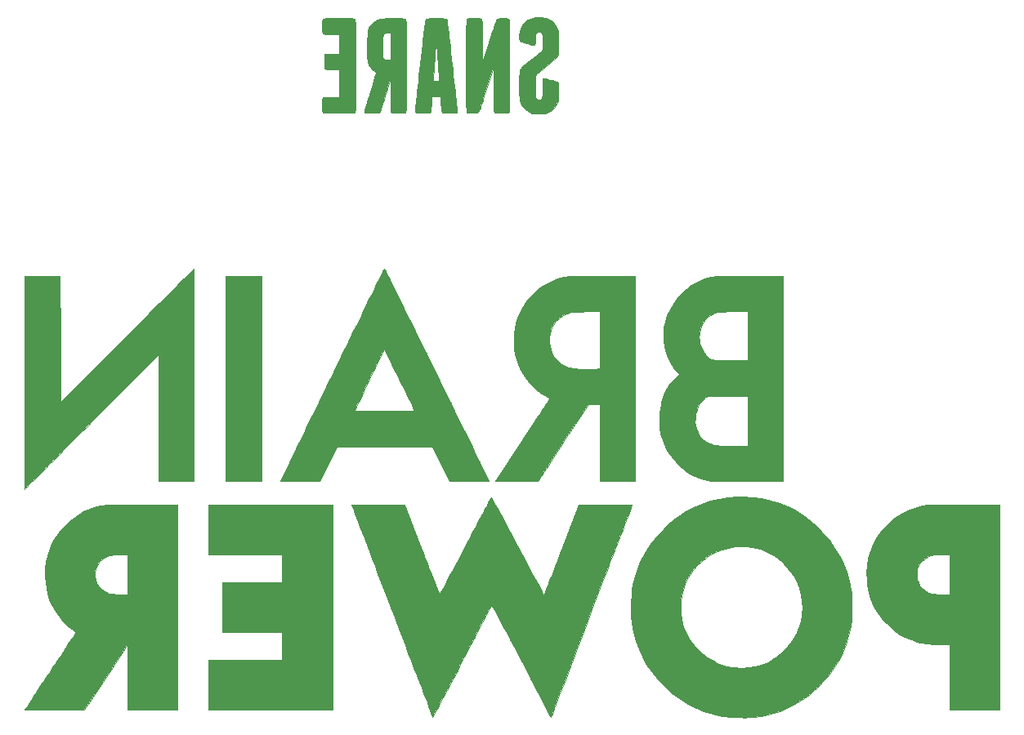
<source format=gbr>
G04 #@! TF.GenerationSoftware,KiCad,Pcbnew,(5.1.2)-2*
G04 #@! TF.CreationDate,2019-10-16T14:05:50+08:00*
G04 #@! TF.ProjectId,BrainPower,42726169-6e50-46f7-9765-722e6b696361,rev?*
G04 #@! TF.SameCoordinates,Original*
G04 #@! TF.FileFunction,Legend,Bot*
G04 #@! TF.FilePolarity,Positive*
%FSLAX46Y46*%
G04 Gerber Fmt 4.6, Leading zero omitted, Abs format (unit mm)*
G04 Created by KiCad (PCBNEW (5.1.2)-2) date 2019-10-16 14:05:50*
%MOMM*%
%LPD*%
G04 APERTURE LIST*
%ADD10C,0.010000*%
G04 APERTURE END LIST*
D10*
G36*
X125941666Y-96604667D02*
G01*
X129624666Y-96604667D01*
X129624666Y-75311000D01*
X125941666Y-75311000D01*
X125941666Y-96604667D01*
X125941666Y-96604667D01*
G37*
X125941666Y-96604667D02*
X129624666Y-96604667D01*
X129624666Y-75311000D01*
X125941666Y-75311000D01*
X125941666Y-96604667D01*
G36*
X142307329Y-74587376D02*
G01*
X142252379Y-74697330D01*
X142163964Y-74876053D01*
X142043877Y-75119865D01*
X141893914Y-75425089D01*
X141715868Y-75788044D01*
X141511534Y-76205051D01*
X141282705Y-76672431D01*
X141031177Y-77186505D01*
X140758743Y-77743593D01*
X140467198Y-78340017D01*
X140158336Y-78972096D01*
X139833951Y-79636153D01*
X139495837Y-80328506D01*
X139145790Y-81045478D01*
X138785602Y-81783388D01*
X138417069Y-82538559D01*
X138041984Y-83307309D01*
X137662143Y-84085961D01*
X137279338Y-84870834D01*
X136895365Y-85658250D01*
X136512018Y-86444530D01*
X136131090Y-87225993D01*
X135754377Y-87998961D01*
X135383673Y-88759755D01*
X135020771Y-89504695D01*
X134667467Y-90230102D01*
X134325554Y-90932297D01*
X133996826Y-91607600D01*
X133683079Y-92252332D01*
X133386105Y-92862815D01*
X133107700Y-93435368D01*
X132849658Y-93966312D01*
X132613773Y-94451969D01*
X132401839Y-94888658D01*
X132215651Y-95272702D01*
X132057002Y-95600419D01*
X131927688Y-95868132D01*
X131829502Y-96072161D01*
X131764239Y-96208826D01*
X131754783Y-96228838D01*
X131577733Y-96604667D01*
X135641421Y-96604667D01*
X137409565Y-93006333D01*
X147299297Y-93006333D01*
X149097869Y-96604667D01*
X153199525Y-96604667D01*
X152130883Y-94435083D01*
X152010372Y-94190352D01*
X151854721Y-93874150D01*
X151666150Y-93490989D01*
X151446875Y-93045377D01*
X151199116Y-92541825D01*
X150925091Y-91984841D01*
X150627018Y-91378936D01*
X150307115Y-90728620D01*
X149967600Y-90038401D01*
X149615879Y-89323333D01*
X145500516Y-89323333D01*
X142362895Y-89323333D01*
X141772213Y-89323251D01*
X141260602Y-89322917D01*
X140822470Y-89322198D01*
X140452221Y-89320959D01*
X140144261Y-89319069D01*
X139892997Y-89316393D01*
X139692834Y-89312798D01*
X139538177Y-89308152D01*
X139423433Y-89302320D01*
X139343006Y-89295170D01*
X139291304Y-89286568D01*
X139262731Y-89276381D01*
X139251693Y-89264475D01*
X139252596Y-89250719D01*
X139253122Y-89249250D01*
X139279566Y-89189772D01*
X139338965Y-89063024D01*
X139427993Y-88875846D01*
X139543324Y-88635076D01*
X139681632Y-88347552D01*
X139839591Y-88020112D01*
X140013874Y-87659596D01*
X140201156Y-87272841D01*
X140398111Y-86866687D01*
X140601412Y-86447971D01*
X140807734Y-86023531D01*
X141013750Y-85600207D01*
X141216134Y-85184837D01*
X141411561Y-84784259D01*
X141596703Y-84405311D01*
X141768236Y-84054833D01*
X141922833Y-83739662D01*
X142057168Y-83466637D01*
X142167915Y-83242596D01*
X142251747Y-83074378D01*
X142305340Y-82968822D01*
X142325328Y-82932759D01*
X142347097Y-82969482D01*
X142403246Y-83076303D01*
X142490823Y-83247327D01*
X142606873Y-83476661D01*
X142748444Y-83758411D01*
X142912581Y-84086684D01*
X143096332Y-84455585D01*
X143296743Y-84859221D01*
X143510860Y-85291698D01*
X143735730Y-85747123D01*
X143740477Y-85756750D01*
X143970933Y-86224110D01*
X144194456Y-86677374D01*
X144407611Y-87109576D01*
X144606960Y-87513748D01*
X144789065Y-87882922D01*
X144950491Y-88210132D01*
X145087800Y-88488411D01*
X145197556Y-88710791D01*
X145276320Y-88870304D01*
X145317157Y-88952917D01*
X145500516Y-89323333D01*
X149615879Y-89323333D01*
X149610692Y-89312789D01*
X149238610Y-88556295D01*
X148853570Y-87773428D01*
X148457792Y-86968697D01*
X148053493Y-86146612D01*
X147642893Y-85311683D01*
X147228209Y-84468419D01*
X146811660Y-83621330D01*
X146706390Y-83407250D01*
X146305588Y-82592368D01*
X145914536Y-81797712D01*
X145534880Y-81026615D01*
X145168268Y-80282406D01*
X144816347Y-79568419D01*
X144480765Y-78887983D01*
X144163167Y-78244432D01*
X143865202Y-77641095D01*
X143588517Y-77081304D01*
X143334759Y-76568392D01*
X143105574Y-76105688D01*
X142902610Y-75696526D01*
X142727515Y-75344235D01*
X142581935Y-75052148D01*
X142467518Y-74823595D01*
X142385910Y-74661909D01*
X142338759Y-74570421D01*
X142327019Y-74549872D01*
X142307329Y-74587376D01*
X142307329Y-74587376D01*
G37*
X142307329Y-74587376D02*
X142252379Y-74697330D01*
X142163964Y-74876053D01*
X142043877Y-75119865D01*
X141893914Y-75425089D01*
X141715868Y-75788044D01*
X141511534Y-76205051D01*
X141282705Y-76672431D01*
X141031177Y-77186505D01*
X140758743Y-77743593D01*
X140467198Y-78340017D01*
X140158336Y-78972096D01*
X139833951Y-79636153D01*
X139495837Y-80328506D01*
X139145790Y-81045478D01*
X138785602Y-81783388D01*
X138417069Y-82538559D01*
X138041984Y-83307309D01*
X137662143Y-84085961D01*
X137279338Y-84870834D01*
X136895365Y-85658250D01*
X136512018Y-86444530D01*
X136131090Y-87225993D01*
X135754377Y-87998961D01*
X135383673Y-88759755D01*
X135020771Y-89504695D01*
X134667467Y-90230102D01*
X134325554Y-90932297D01*
X133996826Y-91607600D01*
X133683079Y-92252332D01*
X133386105Y-92862815D01*
X133107700Y-93435368D01*
X132849658Y-93966312D01*
X132613773Y-94451969D01*
X132401839Y-94888658D01*
X132215651Y-95272702D01*
X132057002Y-95600419D01*
X131927688Y-95868132D01*
X131829502Y-96072161D01*
X131764239Y-96208826D01*
X131754783Y-96228838D01*
X131577733Y-96604667D01*
X135641421Y-96604667D01*
X137409565Y-93006333D01*
X147299297Y-93006333D01*
X149097869Y-96604667D01*
X153199525Y-96604667D01*
X152130883Y-94435083D01*
X152010372Y-94190352D01*
X151854721Y-93874150D01*
X151666150Y-93490989D01*
X151446875Y-93045377D01*
X151199116Y-92541825D01*
X150925091Y-91984841D01*
X150627018Y-91378936D01*
X150307115Y-90728620D01*
X149967600Y-90038401D01*
X149615879Y-89323333D01*
X145500516Y-89323333D01*
X142362895Y-89323333D01*
X141772213Y-89323251D01*
X141260602Y-89322917D01*
X140822470Y-89322198D01*
X140452221Y-89320959D01*
X140144261Y-89319069D01*
X139892997Y-89316393D01*
X139692834Y-89312798D01*
X139538177Y-89308152D01*
X139423433Y-89302320D01*
X139343006Y-89295170D01*
X139291304Y-89286568D01*
X139262731Y-89276381D01*
X139251693Y-89264475D01*
X139252596Y-89250719D01*
X139253122Y-89249250D01*
X139279566Y-89189772D01*
X139338965Y-89063024D01*
X139427993Y-88875846D01*
X139543324Y-88635076D01*
X139681632Y-88347552D01*
X139839591Y-88020112D01*
X140013874Y-87659596D01*
X140201156Y-87272841D01*
X140398111Y-86866687D01*
X140601412Y-86447971D01*
X140807734Y-86023531D01*
X141013750Y-85600207D01*
X141216134Y-85184837D01*
X141411561Y-84784259D01*
X141596703Y-84405311D01*
X141768236Y-84054833D01*
X141922833Y-83739662D01*
X142057168Y-83466637D01*
X142167915Y-83242596D01*
X142251747Y-83074378D01*
X142305340Y-82968822D01*
X142325328Y-82932759D01*
X142347097Y-82969482D01*
X142403246Y-83076303D01*
X142490823Y-83247327D01*
X142606873Y-83476661D01*
X142748444Y-83758411D01*
X142912581Y-84086684D01*
X143096332Y-84455585D01*
X143296743Y-84859221D01*
X143510860Y-85291698D01*
X143735730Y-85747123D01*
X143740477Y-85756750D01*
X143970933Y-86224110D01*
X144194456Y-86677374D01*
X144407611Y-87109576D01*
X144606960Y-87513748D01*
X144789065Y-87882922D01*
X144950491Y-88210132D01*
X145087800Y-88488411D01*
X145197556Y-88710791D01*
X145276320Y-88870304D01*
X145317157Y-88952917D01*
X145500516Y-89323333D01*
X149615879Y-89323333D01*
X149610692Y-89312789D01*
X149238610Y-88556295D01*
X148853570Y-87773428D01*
X148457792Y-86968697D01*
X148053493Y-86146612D01*
X147642893Y-85311683D01*
X147228209Y-84468419D01*
X146811660Y-83621330D01*
X146706390Y-83407250D01*
X146305588Y-82592368D01*
X145914536Y-81797712D01*
X145534880Y-81026615D01*
X145168268Y-80282406D01*
X144816347Y-79568419D01*
X144480765Y-78887983D01*
X144163167Y-78244432D01*
X143865202Y-77641095D01*
X143588517Y-77081304D01*
X143334759Y-76568392D01*
X143105574Y-76105688D01*
X142902610Y-75696526D01*
X142727515Y-75344235D01*
X142581935Y-75052148D01*
X142467518Y-74823595D01*
X142385910Y-74661909D01*
X142338759Y-74570421D01*
X142327019Y-74549872D01*
X142307329Y-74587376D01*
G36*
X164877750Y-75322691D02*
G01*
X164251825Y-75325598D01*
X163704518Y-75328375D01*
X163229780Y-75331185D01*
X162821563Y-75334190D01*
X162473817Y-75337551D01*
X162180496Y-75341433D01*
X161935549Y-75345996D01*
X161732929Y-75351403D01*
X161566587Y-75357817D01*
X161430474Y-75365399D01*
X161318543Y-75374312D01*
X161224744Y-75384719D01*
X161143028Y-75396781D01*
X161067349Y-75410661D01*
X160991656Y-75426521D01*
X160989329Y-75427027D01*
X160276129Y-75624013D01*
X159597075Y-75894415D01*
X158957065Y-76233546D01*
X158360998Y-76636719D01*
X157813774Y-77099249D01*
X157320290Y-77616449D01*
X156885446Y-78183631D01*
X156514142Y-78796110D01*
X156211275Y-79449199D01*
X155981744Y-80138211D01*
X155954017Y-80244076D01*
X155846254Y-80741451D01*
X155779622Y-81230269D01*
X155751198Y-81740224D01*
X155756277Y-82253453D01*
X155799973Y-82869215D01*
X155889080Y-83435486D01*
X156029709Y-83977770D01*
X156227973Y-84521571D01*
X156384586Y-84875071D01*
X156698086Y-85456583D01*
X157075690Y-86011033D01*
X157507056Y-86527344D01*
X157981840Y-86994439D01*
X158489698Y-87401241D01*
X159020286Y-87736671D01*
X159093443Y-87776067D01*
X159254870Y-87866578D01*
X159377127Y-87945725D01*
X159446257Y-88003889D01*
X159456058Y-88025967D01*
X159430749Y-88066882D01*
X159361737Y-88174123D01*
X159251893Y-88343310D01*
X159104086Y-88570063D01*
X158921185Y-88850002D01*
X158706060Y-89178745D01*
X158461581Y-89551912D01*
X158190616Y-89965124D01*
X157896035Y-90413998D01*
X157580708Y-90894155D01*
X157247505Y-91401214D01*
X156899294Y-91930795D01*
X156637334Y-92329000D01*
X153837911Y-96583500D01*
X156029372Y-96594965D01*
X156516751Y-96597397D01*
X156926450Y-96599025D01*
X157265452Y-96599641D01*
X157540741Y-96599037D01*
X157759303Y-96597005D01*
X157928120Y-96593338D01*
X158054177Y-96587827D01*
X158144458Y-96580264D01*
X158205947Y-96570443D01*
X158245628Y-96558154D01*
X158270486Y-96543191D01*
X158285494Y-96527828D01*
X158316962Y-96482539D01*
X158391791Y-96371081D01*
X158506922Y-96198092D01*
X158659294Y-95968209D01*
X158845850Y-95686071D01*
X159063530Y-95356315D01*
X159309274Y-94983579D01*
X159580024Y-94572502D01*
X159872720Y-94127720D01*
X160184303Y-93653872D01*
X160511714Y-93155596D01*
X160851893Y-92637529D01*
X160910161Y-92548757D01*
X163470166Y-88648288D01*
X164676666Y-88646000D01*
X164676666Y-96604667D01*
X168359666Y-96604667D01*
X168359666Y-83327770D01*
X164669222Y-83327770D01*
X164668927Y-83724322D01*
X164668059Y-84075570D01*
X164666641Y-84374524D01*
X164664694Y-84614196D01*
X164662241Y-84787596D01*
X164659302Y-84887737D01*
X164657204Y-84910083D01*
X164610952Y-84924645D01*
X164492348Y-84936983D01*
X164313681Y-84947044D01*
X164087238Y-84954776D01*
X163825306Y-84960124D01*
X163540173Y-84963037D01*
X163244126Y-84963462D01*
X162949454Y-84961345D01*
X162668443Y-84956634D01*
X162413381Y-84949277D01*
X162196555Y-84939219D01*
X162030254Y-84926409D01*
X161988500Y-84921561D01*
X161497259Y-84816672D01*
X161042365Y-84638308D01*
X160630069Y-84391517D01*
X160266623Y-84081348D01*
X159958278Y-83712849D01*
X159711287Y-83291071D01*
X159582236Y-82978318D01*
X159495544Y-82651110D01*
X159442991Y-82280928D01*
X159426381Y-81899298D01*
X159447514Y-81537747D01*
X159486816Y-81308827D01*
X159637948Y-80844724D01*
X159861960Y-80414613D01*
X160151174Y-80026431D01*
X160497911Y-79688116D01*
X160894494Y-79407605D01*
X161333243Y-79192837D01*
X161628666Y-79094636D01*
X161716381Y-79073245D01*
X161813706Y-79056177D01*
X161931012Y-79042945D01*
X162078675Y-79033063D01*
X162267066Y-79026044D01*
X162506560Y-79021400D01*
X162807528Y-79018644D01*
X163180345Y-79017290D01*
X163279666Y-79017123D01*
X164655500Y-79015167D01*
X164666459Y-81936167D01*
X164668010Y-82426703D01*
X164668924Y-82892900D01*
X164669222Y-83327770D01*
X168359666Y-83327770D01*
X168359666Y-75306902D01*
X164877750Y-75322691D01*
X164877750Y-75322691D01*
G37*
X164877750Y-75322691D02*
X164251825Y-75325598D01*
X163704518Y-75328375D01*
X163229780Y-75331185D01*
X162821563Y-75334190D01*
X162473817Y-75337551D01*
X162180496Y-75341433D01*
X161935549Y-75345996D01*
X161732929Y-75351403D01*
X161566587Y-75357817D01*
X161430474Y-75365399D01*
X161318543Y-75374312D01*
X161224744Y-75384719D01*
X161143028Y-75396781D01*
X161067349Y-75410661D01*
X160991656Y-75426521D01*
X160989329Y-75427027D01*
X160276129Y-75624013D01*
X159597075Y-75894415D01*
X158957065Y-76233546D01*
X158360998Y-76636719D01*
X157813774Y-77099249D01*
X157320290Y-77616449D01*
X156885446Y-78183631D01*
X156514142Y-78796110D01*
X156211275Y-79449199D01*
X155981744Y-80138211D01*
X155954017Y-80244076D01*
X155846254Y-80741451D01*
X155779622Y-81230269D01*
X155751198Y-81740224D01*
X155756277Y-82253453D01*
X155799973Y-82869215D01*
X155889080Y-83435486D01*
X156029709Y-83977770D01*
X156227973Y-84521571D01*
X156384586Y-84875071D01*
X156698086Y-85456583D01*
X157075690Y-86011033D01*
X157507056Y-86527344D01*
X157981840Y-86994439D01*
X158489698Y-87401241D01*
X159020286Y-87736671D01*
X159093443Y-87776067D01*
X159254870Y-87866578D01*
X159377127Y-87945725D01*
X159446257Y-88003889D01*
X159456058Y-88025967D01*
X159430749Y-88066882D01*
X159361737Y-88174123D01*
X159251893Y-88343310D01*
X159104086Y-88570063D01*
X158921185Y-88850002D01*
X158706060Y-89178745D01*
X158461581Y-89551912D01*
X158190616Y-89965124D01*
X157896035Y-90413998D01*
X157580708Y-90894155D01*
X157247505Y-91401214D01*
X156899294Y-91930795D01*
X156637334Y-92329000D01*
X153837911Y-96583500D01*
X156029372Y-96594965D01*
X156516751Y-96597397D01*
X156926450Y-96599025D01*
X157265452Y-96599641D01*
X157540741Y-96599037D01*
X157759303Y-96597005D01*
X157928120Y-96593338D01*
X158054177Y-96587827D01*
X158144458Y-96580264D01*
X158205947Y-96570443D01*
X158245628Y-96558154D01*
X158270486Y-96543191D01*
X158285494Y-96527828D01*
X158316962Y-96482539D01*
X158391791Y-96371081D01*
X158506922Y-96198092D01*
X158659294Y-95968209D01*
X158845850Y-95686071D01*
X159063530Y-95356315D01*
X159309274Y-94983579D01*
X159580024Y-94572502D01*
X159872720Y-94127720D01*
X160184303Y-93653872D01*
X160511714Y-93155596D01*
X160851893Y-92637529D01*
X160910161Y-92548757D01*
X163470166Y-88648288D01*
X164676666Y-88646000D01*
X164676666Y-96604667D01*
X168359666Y-96604667D01*
X168359666Y-83327770D01*
X164669222Y-83327770D01*
X164668927Y-83724322D01*
X164668059Y-84075570D01*
X164666641Y-84374524D01*
X164664694Y-84614196D01*
X164662241Y-84787596D01*
X164659302Y-84887737D01*
X164657204Y-84910083D01*
X164610952Y-84924645D01*
X164492348Y-84936983D01*
X164313681Y-84947044D01*
X164087238Y-84954776D01*
X163825306Y-84960124D01*
X163540173Y-84963037D01*
X163244126Y-84963462D01*
X162949454Y-84961345D01*
X162668443Y-84956634D01*
X162413381Y-84949277D01*
X162196555Y-84939219D01*
X162030254Y-84926409D01*
X161988500Y-84921561D01*
X161497259Y-84816672D01*
X161042365Y-84638308D01*
X160630069Y-84391517D01*
X160266623Y-84081348D01*
X159958278Y-83712849D01*
X159711287Y-83291071D01*
X159582236Y-82978318D01*
X159495544Y-82651110D01*
X159442991Y-82280928D01*
X159426381Y-81899298D01*
X159447514Y-81537747D01*
X159486816Y-81308827D01*
X159637948Y-80844724D01*
X159861960Y-80414613D01*
X160151174Y-80026431D01*
X160497911Y-79688116D01*
X160894494Y-79407605D01*
X161333243Y-79192837D01*
X161628666Y-79094636D01*
X161716381Y-79073245D01*
X161813706Y-79056177D01*
X161931012Y-79042945D01*
X162078675Y-79033063D01*
X162267066Y-79026044D01*
X162506560Y-79021400D01*
X162807528Y-79018644D01*
X163180345Y-79017290D01*
X163279666Y-79017123D01*
X164655500Y-79015167D01*
X164666459Y-81936167D01*
X164668010Y-82426703D01*
X164668924Y-82892900D01*
X164669222Y-83327770D01*
X168359666Y-83327770D01*
X168359666Y-75306902D01*
X164877750Y-75322691D01*
G36*
X180138916Y-75322070D02*
G01*
X179508721Y-75324717D01*
X178957202Y-75327207D01*
X178478367Y-75329707D01*
X178066228Y-75332383D01*
X177714792Y-75335402D01*
X177418070Y-75338932D01*
X177170071Y-75343140D01*
X176964806Y-75348192D01*
X176796282Y-75354256D01*
X176658510Y-75361498D01*
X176545500Y-75370086D01*
X176451260Y-75380186D01*
X176369801Y-75391966D01*
X176295132Y-75405592D01*
X176221263Y-75421232D01*
X176170166Y-75432709D01*
X175482539Y-75631409D01*
X174825833Y-75907218D01*
X174204963Y-76256673D01*
X173624846Y-76676308D01*
X173090398Y-77162660D01*
X172606535Y-77712265D01*
X172266895Y-78183405D01*
X171924512Y-78773186D01*
X171651105Y-79393201D01*
X171447745Y-80034652D01*
X171315502Y-80688740D01*
X171255445Y-81346668D01*
X171268644Y-81999636D01*
X171356170Y-82638848D01*
X171519092Y-83255505D01*
X171617438Y-83523667D01*
X171785349Y-83903619D01*
X171980974Y-84281372D01*
X172193383Y-84639097D01*
X172411646Y-84958963D01*
X172624833Y-85223142D01*
X172721007Y-85323816D01*
X172887180Y-85486080D01*
X172541809Y-85806623D01*
X172131864Y-86237007D01*
X171780376Y-86714803D01*
X171484452Y-87245471D01*
X171241196Y-87834473D01*
X171047712Y-88487272D01*
X170991257Y-88731638D01*
X170867964Y-89485310D01*
X170824062Y-90229509D01*
X170858993Y-90958958D01*
X170972196Y-91668379D01*
X171163115Y-92352497D01*
X171431189Y-93006032D01*
X171447437Y-93039507D01*
X171713067Y-93531619D01*
X172013065Y-93985672D01*
X172361729Y-94420772D01*
X172773357Y-94856024D01*
X172895874Y-94974833D01*
X173407538Y-95415564D01*
X173946876Y-95784831D01*
X174524352Y-96088204D01*
X175150430Y-96331254D01*
X175768000Y-96503945D01*
X175828791Y-96516938D01*
X175897632Y-96528408D01*
X175980091Y-96538478D01*
X176081740Y-96547266D01*
X176208148Y-96554895D01*
X176364887Y-96561486D01*
X176557525Y-96567159D01*
X176791634Y-96572036D01*
X177072783Y-96576237D01*
X177406543Y-96579883D01*
X177798484Y-96583096D01*
X178254176Y-96585996D01*
X178779190Y-96588705D01*
X179379095Y-96591343D01*
X179884916Y-96593361D01*
X183684333Y-96608067D01*
X183684333Y-92921667D01*
X180001333Y-92921667D01*
X178403250Y-92920931D01*
X177955102Y-92919961D01*
X177583118Y-92917310D01*
X177278805Y-92912697D01*
X177033671Y-92905840D01*
X176839224Y-92896457D01*
X176686972Y-92884265D01*
X176568422Y-92868982D01*
X176508833Y-92857980D01*
X176078042Y-92726012D01*
X175688205Y-92522092D01*
X175344680Y-92251088D01*
X175052825Y-91917870D01*
X174817996Y-91527305D01*
X174681873Y-91197787D01*
X174591316Y-90837194D01*
X174546053Y-90435797D01*
X174547264Y-90025055D01*
X174596128Y-89636428D01*
X174619455Y-89532057D01*
X174729256Y-89180726D01*
X174878116Y-88834010D01*
X175053919Y-88515581D01*
X175244550Y-88249109D01*
X175318547Y-88166199D01*
X175403523Y-88077092D01*
X175478151Y-88002007D01*
X175550198Y-87939742D01*
X175627435Y-87889097D01*
X175717627Y-87848870D01*
X175828543Y-87817860D01*
X175967951Y-87794867D01*
X176143618Y-87778687D01*
X176363314Y-87768122D01*
X176634805Y-87761968D01*
X176965860Y-87759026D01*
X177364247Y-87758094D01*
X177837733Y-87757970D01*
X177958750Y-87757930D01*
X180001333Y-87757000D01*
X180001333Y-92921667D01*
X183684333Y-92921667D01*
X183684333Y-84031667D01*
X180002005Y-84031667D01*
X178191919Y-84031253D01*
X177753360Y-84031081D01*
X177391117Y-84030513D01*
X177096836Y-84029136D01*
X176862167Y-84026543D01*
X176678757Y-84022322D01*
X176538254Y-84016065D01*
X176432307Y-84007359D01*
X176352565Y-83995797D01*
X176290674Y-83980968D01*
X176238284Y-83962461D01*
X176187042Y-83939868D01*
X176170166Y-83932008D01*
X175946861Y-83790301D01*
X175722877Y-83580362D01*
X175509276Y-83317810D01*
X175317119Y-83018262D01*
X175157468Y-82697335D01*
X175041386Y-82370646D01*
X175027587Y-82318856D01*
X174975606Y-81997910D01*
X174964660Y-81632418D01*
X174992374Y-81250528D01*
X175056375Y-80880387D01*
X175154289Y-80550142D01*
X175182684Y-80479684D01*
X175351975Y-80166026D01*
X175579468Y-79863140D01*
X175845901Y-79591956D01*
X176132010Y-79373400D01*
X176278213Y-79289491D01*
X176416597Y-79220972D01*
X176541305Y-79165026D01*
X176662737Y-79120372D01*
X176791292Y-79085732D01*
X176937369Y-79059824D01*
X177111366Y-79041370D01*
X177323682Y-79029090D01*
X177584717Y-79021705D01*
X177904869Y-79017934D01*
X178294537Y-79016497D01*
X178498500Y-79016270D01*
X179980166Y-79015167D01*
X179991086Y-81523417D01*
X180002005Y-84031667D01*
X183684333Y-84031667D01*
X183684333Y-75307382D01*
X180138916Y-75322070D01*
X180138916Y-75322070D01*
G37*
X180138916Y-75322070D02*
X179508721Y-75324717D01*
X178957202Y-75327207D01*
X178478367Y-75329707D01*
X178066228Y-75332383D01*
X177714792Y-75335402D01*
X177418070Y-75338932D01*
X177170071Y-75343140D01*
X176964806Y-75348192D01*
X176796282Y-75354256D01*
X176658510Y-75361498D01*
X176545500Y-75370086D01*
X176451260Y-75380186D01*
X176369801Y-75391966D01*
X176295132Y-75405592D01*
X176221263Y-75421232D01*
X176170166Y-75432709D01*
X175482539Y-75631409D01*
X174825833Y-75907218D01*
X174204963Y-76256673D01*
X173624846Y-76676308D01*
X173090398Y-77162660D01*
X172606535Y-77712265D01*
X172266895Y-78183405D01*
X171924512Y-78773186D01*
X171651105Y-79393201D01*
X171447745Y-80034652D01*
X171315502Y-80688740D01*
X171255445Y-81346668D01*
X171268644Y-81999636D01*
X171356170Y-82638848D01*
X171519092Y-83255505D01*
X171617438Y-83523667D01*
X171785349Y-83903619D01*
X171980974Y-84281372D01*
X172193383Y-84639097D01*
X172411646Y-84958963D01*
X172624833Y-85223142D01*
X172721007Y-85323816D01*
X172887180Y-85486080D01*
X172541809Y-85806623D01*
X172131864Y-86237007D01*
X171780376Y-86714803D01*
X171484452Y-87245471D01*
X171241196Y-87834473D01*
X171047712Y-88487272D01*
X170991257Y-88731638D01*
X170867964Y-89485310D01*
X170824062Y-90229509D01*
X170858993Y-90958958D01*
X170972196Y-91668379D01*
X171163115Y-92352497D01*
X171431189Y-93006032D01*
X171447437Y-93039507D01*
X171713067Y-93531619D01*
X172013065Y-93985672D01*
X172361729Y-94420772D01*
X172773357Y-94856024D01*
X172895874Y-94974833D01*
X173407538Y-95415564D01*
X173946876Y-95784831D01*
X174524352Y-96088204D01*
X175150430Y-96331254D01*
X175768000Y-96503945D01*
X175828791Y-96516938D01*
X175897632Y-96528408D01*
X175980091Y-96538478D01*
X176081740Y-96547266D01*
X176208148Y-96554895D01*
X176364887Y-96561486D01*
X176557525Y-96567159D01*
X176791634Y-96572036D01*
X177072783Y-96576237D01*
X177406543Y-96579883D01*
X177798484Y-96583096D01*
X178254176Y-96585996D01*
X178779190Y-96588705D01*
X179379095Y-96591343D01*
X179884916Y-96593361D01*
X183684333Y-96608067D01*
X183684333Y-92921667D01*
X180001333Y-92921667D01*
X178403250Y-92920931D01*
X177955102Y-92919961D01*
X177583118Y-92917310D01*
X177278805Y-92912697D01*
X177033671Y-92905840D01*
X176839224Y-92896457D01*
X176686972Y-92884265D01*
X176568422Y-92868982D01*
X176508833Y-92857980D01*
X176078042Y-92726012D01*
X175688205Y-92522092D01*
X175344680Y-92251088D01*
X175052825Y-91917870D01*
X174817996Y-91527305D01*
X174681873Y-91197787D01*
X174591316Y-90837194D01*
X174546053Y-90435797D01*
X174547264Y-90025055D01*
X174596128Y-89636428D01*
X174619455Y-89532057D01*
X174729256Y-89180726D01*
X174878116Y-88834010D01*
X175053919Y-88515581D01*
X175244550Y-88249109D01*
X175318547Y-88166199D01*
X175403523Y-88077092D01*
X175478151Y-88002007D01*
X175550198Y-87939742D01*
X175627435Y-87889097D01*
X175717627Y-87848870D01*
X175828543Y-87817860D01*
X175967951Y-87794867D01*
X176143618Y-87778687D01*
X176363314Y-87768122D01*
X176634805Y-87761968D01*
X176965860Y-87759026D01*
X177364247Y-87758094D01*
X177837733Y-87757970D01*
X177958750Y-87757930D01*
X180001333Y-87757000D01*
X180001333Y-92921667D01*
X183684333Y-92921667D01*
X183684333Y-84031667D01*
X180002005Y-84031667D01*
X178191919Y-84031253D01*
X177753360Y-84031081D01*
X177391117Y-84030513D01*
X177096836Y-84029136D01*
X176862167Y-84026543D01*
X176678757Y-84022322D01*
X176538254Y-84016065D01*
X176432307Y-84007359D01*
X176352565Y-83995797D01*
X176290674Y-83980968D01*
X176238284Y-83962461D01*
X176187042Y-83939868D01*
X176170166Y-83932008D01*
X175946861Y-83790301D01*
X175722877Y-83580362D01*
X175509276Y-83317810D01*
X175317119Y-83018262D01*
X175157468Y-82697335D01*
X175041386Y-82370646D01*
X175027587Y-82318856D01*
X174975606Y-81997910D01*
X174964660Y-81632418D01*
X174992374Y-81250528D01*
X175056375Y-80880387D01*
X175154289Y-80550142D01*
X175182684Y-80479684D01*
X175351975Y-80166026D01*
X175579468Y-79863140D01*
X175845901Y-79591956D01*
X176132010Y-79373400D01*
X176278213Y-79289491D01*
X176416597Y-79220972D01*
X176541305Y-79165026D01*
X176662737Y-79120372D01*
X176791292Y-79085732D01*
X176937369Y-79059824D01*
X177111366Y-79041370D01*
X177323682Y-79029090D01*
X177584717Y-79021705D01*
X177904869Y-79017934D01*
X178294537Y-79016497D01*
X178498500Y-79016270D01*
X179980166Y-79015167D01*
X179991086Y-81523417D01*
X180002005Y-84031667D01*
X183684333Y-84031667D01*
X183684333Y-75307382D01*
X180138916Y-75322070D01*
G36*
X122572085Y-74586959D02*
G01*
X122482385Y-74675265D01*
X122338293Y-74818320D01*
X122142457Y-75013471D01*
X121897521Y-75258068D01*
X121606132Y-75549457D01*
X121270933Y-75884986D01*
X120894573Y-76262003D01*
X120479695Y-76677855D01*
X120028946Y-77129891D01*
X119544971Y-77615457D01*
X119030416Y-78131901D01*
X118487927Y-78676572D01*
X117920149Y-79246817D01*
X117329728Y-79839983D01*
X116719309Y-80453418D01*
X116091539Y-81084470D01*
X115672665Y-81505631D01*
X108775500Y-88441096D01*
X108764783Y-81876048D01*
X108754067Y-75311000D01*
X105071333Y-75311000D01*
X105071333Y-86360000D01*
X105071373Y-87321203D01*
X105071491Y-88260068D01*
X105071683Y-89173087D01*
X105071946Y-90056753D01*
X105072277Y-90907560D01*
X105072672Y-91722000D01*
X105073128Y-92496565D01*
X105073641Y-93227748D01*
X105074209Y-93912043D01*
X105074828Y-94545941D01*
X105075494Y-95125936D01*
X105076204Y-95648521D01*
X105076955Y-96110187D01*
X105077744Y-96507429D01*
X105078566Y-96836739D01*
X105079419Y-97094609D01*
X105080300Y-97277532D01*
X105081204Y-97382002D01*
X105081916Y-97406774D01*
X105112302Y-97376975D01*
X105199732Y-97289754D01*
X105341580Y-97147753D01*
X105535216Y-96953612D01*
X105778014Y-96709974D01*
X106067344Y-96419479D01*
X106400580Y-96084768D01*
X106775093Y-95708483D01*
X107188254Y-95293265D01*
X107637437Y-94841756D01*
X108120012Y-94356596D01*
X108633353Y-93840428D01*
X109174831Y-93295891D01*
X109741817Y-92725628D01*
X110331685Y-92132280D01*
X110941806Y-91518488D01*
X111569551Y-90886893D01*
X112014000Y-90439677D01*
X118935500Y-83474805D01*
X118946216Y-90039736D01*
X118956933Y-96604667D01*
X122639666Y-96604667D01*
X122639666Y-85573305D01*
X122639534Y-84613037D01*
X122639145Y-83675192D01*
X122638511Y-82763274D01*
X122637642Y-81880789D01*
X122636549Y-81031241D01*
X122635244Y-80218137D01*
X122633737Y-79444980D01*
X122632041Y-78715275D01*
X122630165Y-78032528D01*
X122628122Y-77400244D01*
X122625921Y-76821928D01*
X122623575Y-76301084D01*
X122621095Y-75841218D01*
X122618490Y-75445834D01*
X122615774Y-75118438D01*
X122612956Y-74862534D01*
X122610048Y-74681628D01*
X122607061Y-74579225D01*
X122604748Y-74556055D01*
X122572085Y-74586959D01*
X122572085Y-74586959D01*
G37*
X122572085Y-74586959D02*
X122482385Y-74675265D01*
X122338293Y-74818320D01*
X122142457Y-75013471D01*
X121897521Y-75258068D01*
X121606132Y-75549457D01*
X121270933Y-75884986D01*
X120894573Y-76262003D01*
X120479695Y-76677855D01*
X120028946Y-77129891D01*
X119544971Y-77615457D01*
X119030416Y-78131901D01*
X118487927Y-78676572D01*
X117920149Y-79246817D01*
X117329728Y-79839983D01*
X116719309Y-80453418D01*
X116091539Y-81084470D01*
X115672665Y-81505631D01*
X108775500Y-88441096D01*
X108764783Y-81876048D01*
X108754067Y-75311000D01*
X105071333Y-75311000D01*
X105071333Y-86360000D01*
X105071373Y-87321203D01*
X105071491Y-88260068D01*
X105071683Y-89173087D01*
X105071946Y-90056753D01*
X105072277Y-90907560D01*
X105072672Y-91722000D01*
X105073128Y-92496565D01*
X105073641Y-93227748D01*
X105074209Y-93912043D01*
X105074828Y-94545941D01*
X105075494Y-95125936D01*
X105076204Y-95648521D01*
X105076955Y-96110187D01*
X105077744Y-96507429D01*
X105078566Y-96836739D01*
X105079419Y-97094609D01*
X105080300Y-97277532D01*
X105081204Y-97382002D01*
X105081916Y-97406774D01*
X105112302Y-97376975D01*
X105199732Y-97289754D01*
X105341580Y-97147753D01*
X105535216Y-96953612D01*
X105778014Y-96709974D01*
X106067344Y-96419479D01*
X106400580Y-96084768D01*
X106775093Y-95708483D01*
X107188254Y-95293265D01*
X107637437Y-94841756D01*
X108120012Y-94356596D01*
X108633353Y-93840428D01*
X109174831Y-93295891D01*
X109741817Y-92725628D01*
X110331685Y-92132280D01*
X110941806Y-91518488D01*
X111569551Y-90886893D01*
X112014000Y-90439677D01*
X118935500Y-83474805D01*
X118946216Y-90039736D01*
X118956933Y-96604667D01*
X122639666Y-96604667D01*
X122639666Y-85573305D01*
X122639534Y-84613037D01*
X122639145Y-83675192D01*
X122638511Y-82763274D01*
X122637642Y-81880789D01*
X122636549Y-81031241D01*
X122635244Y-80218137D01*
X122633737Y-79444980D01*
X122632041Y-78715275D01*
X122630165Y-78032528D01*
X122628122Y-77400244D01*
X122625921Y-76821928D01*
X122623575Y-76301084D01*
X122621095Y-75841218D01*
X122618490Y-75445834D01*
X122615774Y-75118438D01*
X122612956Y-74862534D01*
X122610048Y-74681628D01*
X122607061Y-74579225D01*
X122604748Y-74556055D01*
X122572085Y-74586959D01*
G36*
X116692656Y-99017804D02*
G01*
X116099759Y-99018400D01*
X115579120Y-99019732D01*
X115124537Y-99022079D01*
X114729804Y-99025717D01*
X114388718Y-99030923D01*
X114095076Y-99037976D01*
X113842673Y-99047153D01*
X113625306Y-99058731D01*
X113436771Y-99072987D01*
X113270863Y-99090199D01*
X113121380Y-99110645D01*
X112982116Y-99134602D01*
X112846869Y-99162347D01*
X112709434Y-99194158D01*
X112563608Y-99230312D01*
X112553833Y-99232784D01*
X111863812Y-99450167D01*
X111195047Y-99745026D01*
X110554772Y-100111341D01*
X109950222Y-100543090D01*
X109388633Y-101034252D01*
X108877240Y-101578806D01*
X108423277Y-102170730D01*
X108033981Y-102804003D01*
X107865879Y-103134191D01*
X107607874Y-103742456D01*
X107415187Y-104349680D01*
X107284573Y-104972109D01*
X107212785Y-105625987D01*
X107196575Y-106327557D01*
X107199531Y-106468333D01*
X107239037Y-107118741D01*
X107323190Y-107715442D01*
X107456869Y-108279476D01*
X107644956Y-108831885D01*
X107864933Y-109336809D01*
X108202188Y-109960194D01*
X108603859Y-110558599D01*
X109058077Y-111117337D01*
X109552974Y-111621722D01*
X110042953Y-112031876D01*
X110201145Y-112158340D01*
X110301134Y-112254779D01*
X110336688Y-112314956D01*
X110334652Y-112323821D01*
X110306483Y-112367440D01*
X110235404Y-112476124D01*
X110125118Y-112644257D01*
X109979322Y-112866221D01*
X109801719Y-113136399D01*
X109596008Y-113449175D01*
X109365888Y-113798930D01*
X109115062Y-114180048D01*
X108847228Y-114586911D01*
X108566087Y-115013903D01*
X108275339Y-115455407D01*
X107978685Y-115905804D01*
X107679824Y-116359479D01*
X107382458Y-116810814D01*
X107090285Y-117254191D01*
X106807006Y-117683995D01*
X106536322Y-118094606D01*
X106281933Y-118480410D01*
X106047539Y-118835787D01*
X105836839Y-119155122D01*
X105653536Y-119432797D01*
X105501328Y-119663194D01*
X105383915Y-119840698D01*
X105304999Y-119959690D01*
X105275146Y-120004417D01*
X105068753Y-120311333D01*
X111284749Y-120311333D01*
X113522624Y-116915872D01*
X115760500Y-113520412D01*
X115771335Y-116915872D01*
X115782170Y-120311333D01*
X120946333Y-120311333D01*
X120946333Y-108339421D01*
X115781666Y-108339421D01*
X114882083Y-108320867D01*
X114572555Y-108313606D01*
X114333682Y-108305344D01*
X114151454Y-108294740D01*
X114011861Y-108280451D01*
X113900892Y-108261134D01*
X113804537Y-108235446D01*
X113731917Y-108210638D01*
X113356176Y-108031579D01*
X113034394Y-107794375D01*
X112770285Y-107508338D01*
X112567567Y-107182784D01*
X112429954Y-106827025D01*
X112361163Y-106450376D01*
X112364909Y-106062150D01*
X112444909Y-105671661D01*
X112582868Y-105330528D01*
X112715824Y-105119416D01*
X112898852Y-104897126D01*
X113106701Y-104691143D01*
X113314119Y-104528953D01*
X113326931Y-104520616D01*
X113488094Y-104424762D01*
X113646166Y-104350221D01*
X113815591Y-104294028D01*
X114010811Y-104253219D01*
X114246270Y-104224830D01*
X114536412Y-104205896D01*
X114895678Y-104193452D01*
X114924416Y-104192732D01*
X115781666Y-104171671D01*
X115781666Y-108339421D01*
X120946333Y-108339421D01*
X120946333Y-99017667D01*
X117364016Y-99017667D01*
X116692656Y-99017804D01*
X116692656Y-99017804D01*
G37*
X116692656Y-99017804D02*
X116099759Y-99018400D01*
X115579120Y-99019732D01*
X115124537Y-99022079D01*
X114729804Y-99025717D01*
X114388718Y-99030923D01*
X114095076Y-99037976D01*
X113842673Y-99047153D01*
X113625306Y-99058731D01*
X113436771Y-99072987D01*
X113270863Y-99090199D01*
X113121380Y-99110645D01*
X112982116Y-99134602D01*
X112846869Y-99162347D01*
X112709434Y-99194158D01*
X112563608Y-99230312D01*
X112553833Y-99232784D01*
X111863812Y-99450167D01*
X111195047Y-99745026D01*
X110554772Y-100111341D01*
X109950222Y-100543090D01*
X109388633Y-101034252D01*
X108877240Y-101578806D01*
X108423277Y-102170730D01*
X108033981Y-102804003D01*
X107865879Y-103134191D01*
X107607874Y-103742456D01*
X107415187Y-104349680D01*
X107284573Y-104972109D01*
X107212785Y-105625987D01*
X107196575Y-106327557D01*
X107199531Y-106468333D01*
X107239037Y-107118741D01*
X107323190Y-107715442D01*
X107456869Y-108279476D01*
X107644956Y-108831885D01*
X107864933Y-109336809D01*
X108202188Y-109960194D01*
X108603859Y-110558599D01*
X109058077Y-111117337D01*
X109552974Y-111621722D01*
X110042953Y-112031876D01*
X110201145Y-112158340D01*
X110301134Y-112254779D01*
X110336688Y-112314956D01*
X110334652Y-112323821D01*
X110306483Y-112367440D01*
X110235404Y-112476124D01*
X110125118Y-112644257D01*
X109979322Y-112866221D01*
X109801719Y-113136399D01*
X109596008Y-113449175D01*
X109365888Y-113798930D01*
X109115062Y-114180048D01*
X108847228Y-114586911D01*
X108566087Y-115013903D01*
X108275339Y-115455407D01*
X107978685Y-115905804D01*
X107679824Y-116359479D01*
X107382458Y-116810814D01*
X107090285Y-117254191D01*
X106807006Y-117683995D01*
X106536322Y-118094606D01*
X106281933Y-118480410D01*
X106047539Y-118835787D01*
X105836839Y-119155122D01*
X105653536Y-119432797D01*
X105501328Y-119663194D01*
X105383915Y-119840698D01*
X105304999Y-119959690D01*
X105275146Y-120004417D01*
X105068753Y-120311333D01*
X111284749Y-120311333D01*
X113522624Y-116915872D01*
X115760500Y-113520412D01*
X115771335Y-116915872D01*
X115782170Y-120311333D01*
X120946333Y-120311333D01*
X120946333Y-108339421D01*
X115781666Y-108339421D01*
X114882083Y-108320867D01*
X114572555Y-108313606D01*
X114333682Y-108305344D01*
X114151454Y-108294740D01*
X114011861Y-108280451D01*
X113900892Y-108261134D01*
X113804537Y-108235446D01*
X113731917Y-108210638D01*
X113356176Y-108031579D01*
X113034394Y-107794375D01*
X112770285Y-107508338D01*
X112567567Y-107182784D01*
X112429954Y-106827025D01*
X112361163Y-106450376D01*
X112364909Y-106062150D01*
X112444909Y-105671661D01*
X112582868Y-105330528D01*
X112715824Y-105119416D01*
X112898852Y-104897126D01*
X113106701Y-104691143D01*
X113314119Y-104528953D01*
X113326931Y-104520616D01*
X113488094Y-104424762D01*
X113646166Y-104350221D01*
X113815591Y-104294028D01*
X114010811Y-104253219D01*
X114246270Y-104224830D01*
X114536412Y-104205896D01*
X114895678Y-104193452D01*
X114924416Y-104192732D01*
X115781666Y-104171671D01*
X115781666Y-108339421D01*
X120946333Y-108339421D01*
X120946333Y-99017667D01*
X117364016Y-99017667D01*
X116692656Y-99017804D01*
G36*
X124121333Y-104182333D02*
G01*
X131783666Y-104182333D01*
X131783666Y-107061000D01*
X125560666Y-107061000D01*
X125560666Y-112225667D01*
X131783666Y-112225667D01*
X131783666Y-115146667D01*
X124121333Y-115146667D01*
X124121333Y-120311333D01*
X136990666Y-120311333D01*
X136990666Y-99017667D01*
X124121333Y-99017667D01*
X124121333Y-104182333D01*
X124121333Y-104182333D01*
G37*
X124121333Y-104182333D02*
X131783666Y-104182333D01*
X131783666Y-107061000D01*
X125560666Y-107061000D01*
X125560666Y-112225667D01*
X131783666Y-112225667D01*
X131783666Y-115146667D01*
X124121333Y-115146667D01*
X124121333Y-120311333D01*
X136990666Y-120311333D01*
X136990666Y-99017667D01*
X124121333Y-99017667D01*
X124121333Y-104182333D01*
G36*
X202279250Y-99028745D02*
G01*
X201625537Y-99031337D01*
X201050747Y-99033768D01*
X200549135Y-99036191D01*
X200114957Y-99038753D01*
X199742470Y-99041606D01*
X199425929Y-99044899D01*
X199159591Y-99048781D01*
X198937712Y-99053404D01*
X198754548Y-99058916D01*
X198604354Y-99065467D01*
X198481388Y-99073207D01*
X198379905Y-99082287D01*
X198294161Y-99092856D01*
X198218413Y-99105063D01*
X198146916Y-99119059D01*
X198073926Y-99134993D01*
X198056500Y-99138908D01*
X197287958Y-99350215D01*
X196570621Y-99627722D01*
X195899636Y-99974179D01*
X195270152Y-100392336D01*
X194677314Y-100884942D01*
X194276815Y-101280516D01*
X193761749Y-101882805D01*
X193323721Y-102519781D01*
X192963080Y-103190710D01*
X192680178Y-103894858D01*
X192475364Y-104631490D01*
X192361399Y-105294777D01*
X192337073Y-105574380D01*
X192324922Y-105909277D01*
X192324226Y-106278187D01*
X192334263Y-106659825D01*
X192354312Y-107032911D01*
X192383653Y-107376162D01*
X192421564Y-107668294D01*
X192446314Y-107801833D01*
X192638515Y-108527420D01*
X192895665Y-109207727D01*
X193221830Y-109850082D01*
X193621075Y-110461810D01*
X194097465Y-111050237D01*
X194463084Y-111436347D01*
X195030055Y-111951572D01*
X195621717Y-112388885D01*
X196246945Y-112753549D01*
X196914614Y-113050826D01*
X197534864Y-113258146D01*
X197815253Y-113331819D01*
X198101899Y-113391182D01*
X198409061Y-113437884D01*
X198750997Y-113473573D01*
X199141963Y-113499898D01*
X199596220Y-113518508D01*
X199845083Y-113525283D01*
X200914000Y-113550563D01*
X200914000Y-120311333D01*
X206078666Y-120311333D01*
X206078666Y-108331000D01*
X200914000Y-108331000D01*
X200132917Y-108331000D01*
X199866229Y-108328437D01*
X199612412Y-108321331D01*
X199390213Y-108310553D01*
X199218380Y-108296975D01*
X199127500Y-108284218D01*
X198745355Y-108162429D01*
X198392642Y-107967166D01*
X198081078Y-107707747D01*
X197822382Y-107393490D01*
X197668433Y-107123910D01*
X197592565Y-106954790D01*
X197544323Y-106814088D01*
X197515914Y-106668851D01*
X197499544Y-106486128D01*
X197494246Y-106387423D01*
X197501293Y-105993978D01*
X197567470Y-105649353D01*
X197699128Y-105336166D01*
X197902619Y-105037034D01*
X198048169Y-104871452D01*
X198358520Y-104594275D01*
X198701543Y-104389456D01*
X198906584Y-104304992D01*
X199005199Y-104273528D01*
X199111096Y-104249338D01*
X199238521Y-104231012D01*
X199401721Y-104217141D01*
X199614945Y-104206315D01*
X199892440Y-104197125D01*
X200035583Y-104193312D01*
X200914000Y-104171012D01*
X200914000Y-108331000D01*
X206078666Y-108331000D01*
X206078666Y-99013873D01*
X202279250Y-99028745D01*
X202279250Y-99028745D01*
G37*
X202279250Y-99028745D02*
X201625537Y-99031337D01*
X201050747Y-99033768D01*
X200549135Y-99036191D01*
X200114957Y-99038753D01*
X199742470Y-99041606D01*
X199425929Y-99044899D01*
X199159591Y-99048781D01*
X198937712Y-99053404D01*
X198754548Y-99058916D01*
X198604354Y-99065467D01*
X198481388Y-99073207D01*
X198379905Y-99082287D01*
X198294161Y-99092856D01*
X198218413Y-99105063D01*
X198146916Y-99119059D01*
X198073926Y-99134993D01*
X198056500Y-99138908D01*
X197287958Y-99350215D01*
X196570621Y-99627722D01*
X195899636Y-99974179D01*
X195270152Y-100392336D01*
X194677314Y-100884942D01*
X194276815Y-101280516D01*
X193761749Y-101882805D01*
X193323721Y-102519781D01*
X192963080Y-103190710D01*
X192680178Y-103894858D01*
X192475364Y-104631490D01*
X192361399Y-105294777D01*
X192337073Y-105574380D01*
X192324922Y-105909277D01*
X192324226Y-106278187D01*
X192334263Y-106659825D01*
X192354312Y-107032911D01*
X192383653Y-107376162D01*
X192421564Y-107668294D01*
X192446314Y-107801833D01*
X192638515Y-108527420D01*
X192895665Y-109207727D01*
X193221830Y-109850082D01*
X193621075Y-110461810D01*
X194097465Y-111050237D01*
X194463084Y-111436347D01*
X195030055Y-111951572D01*
X195621717Y-112388885D01*
X196246945Y-112753549D01*
X196914614Y-113050826D01*
X197534864Y-113258146D01*
X197815253Y-113331819D01*
X198101899Y-113391182D01*
X198409061Y-113437884D01*
X198750997Y-113473573D01*
X199141963Y-113499898D01*
X199596220Y-113518508D01*
X199845083Y-113525283D01*
X200914000Y-113550563D01*
X200914000Y-120311333D01*
X206078666Y-120311333D01*
X206078666Y-108331000D01*
X200914000Y-108331000D01*
X200132917Y-108331000D01*
X199866229Y-108328437D01*
X199612412Y-108321331D01*
X199390213Y-108310553D01*
X199218380Y-108296975D01*
X199127500Y-108284218D01*
X198745355Y-108162429D01*
X198392642Y-107967166D01*
X198081078Y-107707747D01*
X197822382Y-107393490D01*
X197668433Y-107123910D01*
X197592565Y-106954790D01*
X197544323Y-106814088D01*
X197515914Y-106668851D01*
X197499544Y-106486128D01*
X197494246Y-106387423D01*
X197501293Y-105993978D01*
X197567470Y-105649353D01*
X197699128Y-105336166D01*
X197902619Y-105037034D01*
X198048169Y-104871452D01*
X198358520Y-104594275D01*
X198701543Y-104389456D01*
X198906584Y-104304992D01*
X199005199Y-104273528D01*
X199111096Y-104249338D01*
X199238521Y-104231012D01*
X199401721Y-104217141D01*
X199614945Y-104206315D01*
X199892440Y-104197125D01*
X200035583Y-104193312D01*
X200914000Y-104171012D01*
X200914000Y-108331000D01*
X206078666Y-108331000D01*
X206078666Y-99013873D01*
X202279250Y-99028745D01*
G36*
X153394691Y-98292466D02*
G01*
X153335294Y-98399988D01*
X153241249Y-98573916D01*
X153114838Y-98809935D01*
X152958345Y-99103728D01*
X152774053Y-99450980D01*
X152564244Y-99847375D01*
X152331202Y-100288598D01*
X152077209Y-100770332D01*
X151804549Y-101288261D01*
X151515504Y-101838071D01*
X151212358Y-102415444D01*
X150897393Y-103016066D01*
X150728718Y-103338015D01*
X150366769Y-104028278D01*
X150024738Y-104678944D01*
X149704236Y-105287005D01*
X149406872Y-105849453D01*
X149134256Y-106363281D01*
X148887999Y-106825480D01*
X148669710Y-107233044D01*
X148481000Y-107582964D01*
X148323479Y-107872232D01*
X148198756Y-108097842D01*
X148108443Y-108256784D01*
X148054149Y-108346052D01*
X148037605Y-108365099D01*
X148019024Y-108319112D01*
X147972217Y-108198965D01*
X147899085Y-108009625D01*
X147801529Y-107756055D01*
X147681450Y-107443223D01*
X147540751Y-107076092D01*
X147381331Y-106659630D01*
X147205092Y-106198801D01*
X147013936Y-105698570D01*
X146809763Y-105163904D01*
X146594474Y-104599767D01*
X146369972Y-104011125D01*
X146237548Y-103663750D01*
X144466714Y-99017666D01*
X141699858Y-99017667D01*
X141225157Y-99018197D01*
X140776847Y-99019729D01*
X140361866Y-99022172D01*
X139987148Y-99025435D01*
X139659631Y-99029429D01*
X139386250Y-99034062D01*
X139173941Y-99039246D01*
X139029641Y-99044888D01*
X138960285Y-99050900D01*
X138955087Y-99053399D01*
X138971828Y-99095480D01*
X139017469Y-99213493D01*
X139090791Y-99404241D01*
X139190573Y-99664529D01*
X139315596Y-99991160D01*
X139464641Y-100380937D01*
X139636487Y-100830666D01*
X139829915Y-101337148D01*
X140043706Y-101897188D01*
X140276639Y-102507590D01*
X140527496Y-103165157D01*
X140795055Y-103866694D01*
X141078099Y-104609003D01*
X141375407Y-105388889D01*
X141685759Y-106203156D01*
X142007936Y-107048606D01*
X142340718Y-107922044D01*
X142682885Y-108820274D01*
X143033219Y-109740099D01*
X143151040Y-110049482D01*
X143503848Y-110975753D01*
X143848961Y-111881464D01*
X144185158Y-112763419D01*
X144511216Y-113618424D01*
X144825913Y-114443283D01*
X145128025Y-115234802D01*
X145416331Y-115989784D01*
X145689609Y-116705035D01*
X145946634Y-117377359D01*
X146186186Y-118003561D01*
X146407042Y-118580446D01*
X146607979Y-119104820D01*
X146787774Y-119573485D01*
X146945206Y-119983248D01*
X147079052Y-120330913D01*
X147188089Y-120613285D01*
X147271095Y-120827169D01*
X147326847Y-120969369D01*
X147354124Y-121036690D01*
X147356672Y-121041934D01*
X147379353Y-121008642D01*
X147438745Y-120904126D01*
X147532737Y-120732401D01*
X147659214Y-120497483D01*
X147816063Y-120203387D01*
X148001172Y-119854129D01*
X148212428Y-119453724D01*
X148447718Y-119006189D01*
X148704928Y-118515539D01*
X148981946Y-117985790D01*
X149276658Y-117420956D01*
X149586953Y-116825055D01*
X149910715Y-116202101D01*
X150245834Y-115556110D01*
X150408427Y-115242267D01*
X150748450Y-114585797D01*
X151078026Y-113949755D01*
X151395040Y-113338210D01*
X151697378Y-112755230D01*
X151982927Y-112204883D01*
X152249571Y-111691237D01*
X152495197Y-111218361D01*
X152717691Y-110790321D01*
X152914939Y-110411188D01*
X153084825Y-110085028D01*
X153225237Y-109815909D01*
X153334060Y-109607901D01*
X153409180Y-109465071D01*
X153448482Y-109391486D01*
X153453960Y-109382002D01*
X153476042Y-109415650D01*
X153535064Y-109520411D01*
X153628908Y-109692279D01*
X153755455Y-109927246D01*
X153912590Y-110221305D01*
X154098195Y-110570449D01*
X154310152Y-110970672D01*
X154546344Y-111417966D01*
X154804654Y-111908324D01*
X155082965Y-112437740D01*
X155379158Y-113002206D01*
X155691118Y-113597715D01*
X156016726Y-114220261D01*
X156353865Y-114865836D01*
X156524139Y-115192252D01*
X156866347Y-115848191D01*
X157198070Y-116483408D01*
X157517188Y-117093872D01*
X157821580Y-117675551D01*
X158109124Y-118224412D01*
X158377702Y-118736425D01*
X158625191Y-119207556D01*
X158849471Y-119633775D01*
X159048423Y-120011048D01*
X159219924Y-120335346D01*
X159361855Y-120602635D01*
X159472095Y-120808883D01*
X159548523Y-120950060D01*
X159589019Y-121022132D01*
X159595097Y-121031000D01*
X159612211Y-120991970D01*
X159658224Y-120877009D01*
X159731910Y-120689314D01*
X159832044Y-120432080D01*
X159957399Y-120108503D01*
X160106749Y-119721778D01*
X160278868Y-119275101D01*
X160472529Y-118771667D01*
X160686508Y-118214673D01*
X160919576Y-117607313D01*
X161170510Y-116952784D01*
X161438081Y-116254281D01*
X161721065Y-115514999D01*
X162018234Y-114738134D01*
X162328364Y-113926883D01*
X162650227Y-113084439D01*
X162982598Y-112214000D01*
X163324250Y-111318760D01*
X163673958Y-110401916D01*
X163765469Y-110161917D01*
X164117630Y-109238299D01*
X164462241Y-108334556D01*
X164798061Y-107453937D01*
X165123850Y-106599692D01*
X165438369Y-105775069D01*
X165740377Y-104983317D01*
X166028635Y-104227686D01*
X166301903Y-103511423D01*
X166558941Y-102837779D01*
X166798509Y-102210003D01*
X167019367Y-101631343D01*
X167220275Y-101105048D01*
X167399994Y-100634367D01*
X167557283Y-100222550D01*
X167690903Y-99872846D01*
X167799613Y-99588503D01*
X167882175Y-99372770D01*
X167937347Y-99228897D01*
X167963890Y-99160132D01*
X167965829Y-99155250D01*
X168022136Y-99017667D01*
X165259318Y-99017928D01*
X162496500Y-99018190D01*
X160700473Y-103695761D01*
X160469422Y-104296878D01*
X160246524Y-104875555D01*
X160033676Y-105426926D01*
X159832779Y-105946124D01*
X159645730Y-106428282D01*
X159474430Y-106868533D01*
X159320777Y-107262011D01*
X159186671Y-107603850D01*
X159074010Y-107889181D01*
X158984694Y-108113139D01*
X158920622Y-108270856D01*
X158883693Y-108357467D01*
X158875188Y-108373333D01*
X158852103Y-108336686D01*
X158791533Y-108229611D01*
X158695801Y-108056407D01*
X158567226Y-107821373D01*
X158408128Y-107528808D01*
X158220828Y-107183011D01*
X158007646Y-106788281D01*
X157770901Y-106348917D01*
X157512916Y-105869217D01*
X157236008Y-105353481D01*
X156942500Y-104806008D01*
X156634711Y-104231097D01*
X156314961Y-103633046D01*
X156144819Y-103314500D01*
X155819797Y-102706135D01*
X155505566Y-102118674D01*
X155204445Y-101556416D01*
X154918751Y-101023659D01*
X154650803Y-100524701D01*
X154402917Y-100063842D01*
X154177412Y-99645380D01*
X153976606Y-99273614D01*
X153802815Y-98952842D01*
X153658359Y-98687363D01*
X153545555Y-98481476D01*
X153466720Y-98339479D01*
X153424172Y-98265671D01*
X153417157Y-98255667D01*
X153394691Y-98292466D01*
X153394691Y-98292466D01*
G37*
X153394691Y-98292466D02*
X153335294Y-98399988D01*
X153241249Y-98573916D01*
X153114838Y-98809935D01*
X152958345Y-99103728D01*
X152774053Y-99450980D01*
X152564244Y-99847375D01*
X152331202Y-100288598D01*
X152077209Y-100770332D01*
X151804549Y-101288261D01*
X151515504Y-101838071D01*
X151212358Y-102415444D01*
X150897393Y-103016066D01*
X150728718Y-103338015D01*
X150366769Y-104028278D01*
X150024738Y-104678944D01*
X149704236Y-105287005D01*
X149406872Y-105849453D01*
X149134256Y-106363281D01*
X148887999Y-106825480D01*
X148669710Y-107233044D01*
X148481000Y-107582964D01*
X148323479Y-107872232D01*
X148198756Y-108097842D01*
X148108443Y-108256784D01*
X148054149Y-108346052D01*
X148037605Y-108365099D01*
X148019024Y-108319112D01*
X147972217Y-108198965D01*
X147899085Y-108009625D01*
X147801529Y-107756055D01*
X147681450Y-107443223D01*
X147540751Y-107076092D01*
X147381331Y-106659630D01*
X147205092Y-106198801D01*
X147013936Y-105698570D01*
X146809763Y-105163904D01*
X146594474Y-104599767D01*
X146369972Y-104011125D01*
X146237548Y-103663750D01*
X144466714Y-99017666D01*
X141699858Y-99017667D01*
X141225157Y-99018197D01*
X140776847Y-99019729D01*
X140361866Y-99022172D01*
X139987148Y-99025435D01*
X139659631Y-99029429D01*
X139386250Y-99034062D01*
X139173941Y-99039246D01*
X139029641Y-99044888D01*
X138960285Y-99050900D01*
X138955087Y-99053399D01*
X138971828Y-99095480D01*
X139017469Y-99213493D01*
X139090791Y-99404241D01*
X139190573Y-99664529D01*
X139315596Y-99991160D01*
X139464641Y-100380937D01*
X139636487Y-100830666D01*
X139829915Y-101337148D01*
X140043706Y-101897188D01*
X140276639Y-102507590D01*
X140527496Y-103165157D01*
X140795055Y-103866694D01*
X141078099Y-104609003D01*
X141375407Y-105388889D01*
X141685759Y-106203156D01*
X142007936Y-107048606D01*
X142340718Y-107922044D01*
X142682885Y-108820274D01*
X143033219Y-109740099D01*
X143151040Y-110049482D01*
X143503848Y-110975753D01*
X143848961Y-111881464D01*
X144185158Y-112763419D01*
X144511216Y-113618424D01*
X144825913Y-114443283D01*
X145128025Y-115234802D01*
X145416331Y-115989784D01*
X145689609Y-116705035D01*
X145946634Y-117377359D01*
X146186186Y-118003561D01*
X146407042Y-118580446D01*
X146607979Y-119104820D01*
X146787774Y-119573485D01*
X146945206Y-119983248D01*
X147079052Y-120330913D01*
X147188089Y-120613285D01*
X147271095Y-120827169D01*
X147326847Y-120969369D01*
X147354124Y-121036690D01*
X147356672Y-121041934D01*
X147379353Y-121008642D01*
X147438745Y-120904126D01*
X147532737Y-120732401D01*
X147659214Y-120497483D01*
X147816063Y-120203387D01*
X148001172Y-119854129D01*
X148212428Y-119453724D01*
X148447718Y-119006189D01*
X148704928Y-118515539D01*
X148981946Y-117985790D01*
X149276658Y-117420956D01*
X149586953Y-116825055D01*
X149910715Y-116202101D01*
X150245834Y-115556110D01*
X150408427Y-115242267D01*
X150748450Y-114585797D01*
X151078026Y-113949755D01*
X151395040Y-113338210D01*
X151697378Y-112755230D01*
X151982927Y-112204883D01*
X152249571Y-111691237D01*
X152495197Y-111218361D01*
X152717691Y-110790321D01*
X152914939Y-110411188D01*
X153084825Y-110085028D01*
X153225237Y-109815909D01*
X153334060Y-109607901D01*
X153409180Y-109465071D01*
X153448482Y-109391486D01*
X153453960Y-109382002D01*
X153476042Y-109415650D01*
X153535064Y-109520411D01*
X153628908Y-109692279D01*
X153755455Y-109927246D01*
X153912590Y-110221305D01*
X154098195Y-110570449D01*
X154310152Y-110970672D01*
X154546344Y-111417966D01*
X154804654Y-111908324D01*
X155082965Y-112437740D01*
X155379158Y-113002206D01*
X155691118Y-113597715D01*
X156016726Y-114220261D01*
X156353865Y-114865836D01*
X156524139Y-115192252D01*
X156866347Y-115848191D01*
X157198070Y-116483408D01*
X157517188Y-117093872D01*
X157821580Y-117675551D01*
X158109124Y-118224412D01*
X158377702Y-118736425D01*
X158625191Y-119207556D01*
X158849471Y-119633775D01*
X159048423Y-120011048D01*
X159219924Y-120335346D01*
X159361855Y-120602635D01*
X159472095Y-120808883D01*
X159548523Y-120950060D01*
X159589019Y-121022132D01*
X159595097Y-121031000D01*
X159612211Y-120991970D01*
X159658224Y-120877009D01*
X159731910Y-120689314D01*
X159832044Y-120432080D01*
X159957399Y-120108503D01*
X160106749Y-119721778D01*
X160278868Y-119275101D01*
X160472529Y-118771667D01*
X160686508Y-118214673D01*
X160919576Y-117607313D01*
X161170510Y-116952784D01*
X161438081Y-116254281D01*
X161721065Y-115514999D01*
X162018234Y-114738134D01*
X162328364Y-113926883D01*
X162650227Y-113084439D01*
X162982598Y-112214000D01*
X163324250Y-111318760D01*
X163673958Y-110401916D01*
X163765469Y-110161917D01*
X164117630Y-109238299D01*
X164462241Y-108334556D01*
X164798061Y-107453937D01*
X165123850Y-106599692D01*
X165438369Y-105775069D01*
X165740377Y-104983317D01*
X166028635Y-104227686D01*
X166301903Y-103511423D01*
X166558941Y-102837779D01*
X166798509Y-102210003D01*
X167019367Y-101631343D01*
X167220275Y-101105048D01*
X167399994Y-100634367D01*
X167557283Y-100222550D01*
X167690903Y-99872846D01*
X167799613Y-99588503D01*
X167882175Y-99372770D01*
X167937347Y-99228897D01*
X167963890Y-99160132D01*
X167965829Y-99155250D01*
X168022136Y-99017667D01*
X165259318Y-99017928D01*
X162496500Y-99018190D01*
X160700473Y-103695761D01*
X160469422Y-104296878D01*
X160246524Y-104875555D01*
X160033676Y-105426926D01*
X159832779Y-105946124D01*
X159645730Y-106428282D01*
X159474430Y-106868533D01*
X159320777Y-107262011D01*
X159186671Y-107603850D01*
X159074010Y-107889181D01*
X158984694Y-108113139D01*
X158920622Y-108270856D01*
X158883693Y-108357467D01*
X158875188Y-108373333D01*
X158852103Y-108336686D01*
X158791533Y-108229611D01*
X158695801Y-108056407D01*
X158567226Y-107821373D01*
X158408128Y-107528808D01*
X158220828Y-107183011D01*
X158007646Y-106788281D01*
X157770901Y-106348917D01*
X157512916Y-105869217D01*
X157236008Y-105353481D01*
X156942500Y-104806008D01*
X156634711Y-104231097D01*
X156314961Y-103633046D01*
X156144819Y-103314500D01*
X155819797Y-102706135D01*
X155505566Y-102118674D01*
X155204445Y-101556416D01*
X154918751Y-101023659D01*
X154650803Y-100524701D01*
X154402917Y-100063842D01*
X154177412Y-99645380D01*
X153976606Y-99273614D01*
X153802815Y-98952842D01*
X153658359Y-98687363D01*
X153545555Y-98481476D01*
X153466720Y-98339479D01*
X153424172Y-98265671D01*
X153417157Y-98255667D01*
X153394691Y-98292466D01*
G36*
X178988203Y-98225845D02*
G01*
X177992831Y-98290739D01*
X177037286Y-98429768D01*
X176118647Y-98643986D01*
X175233995Y-98934443D01*
X174380410Y-99302193D01*
X173554973Y-99748287D01*
X172754764Y-100273777D01*
X172254333Y-100652393D01*
X172060252Y-100816319D01*
X171825118Y-101029627D01*
X171563440Y-101277813D01*
X171289724Y-101546373D01*
X171018478Y-101820801D01*
X170764210Y-102086593D01*
X170541426Y-102329244D01*
X170364635Y-102534249D01*
X170332708Y-102573667D01*
X169956932Y-103078156D01*
X169592359Y-103631130D01*
X169251178Y-104211102D01*
X168945575Y-104796591D01*
X168687739Y-105366113D01*
X168555569Y-105706333D01*
X168389029Y-106216942D01*
X168236443Y-106779207D01*
X168106011Y-107360313D01*
X168014473Y-107871447D01*
X167975007Y-108193035D01*
X167944938Y-108577017D01*
X167924386Y-109004263D01*
X167913471Y-109455641D01*
X167912312Y-109912018D01*
X167921030Y-110354263D01*
X167939742Y-110763245D01*
X167968570Y-111119831D01*
X167992945Y-111315500D01*
X168168593Y-112264107D01*
X168407129Y-113160661D01*
X168712155Y-114012990D01*
X169087272Y-114828921D01*
X169536081Y-115616279D01*
X170062182Y-116382894D01*
X170669176Y-117136590D01*
X170673131Y-117141161D01*
X171358016Y-117870541D01*
X172088434Y-118530198D01*
X172861696Y-119118653D01*
X173675112Y-119634427D01*
X174525992Y-120076044D01*
X175411645Y-120442024D01*
X176329381Y-120730890D01*
X177276511Y-120941164D01*
X177715333Y-121010269D01*
X177948019Y-121035430D01*
X178243885Y-121056968D01*
X178583860Y-121074437D01*
X178948871Y-121087393D01*
X179319847Y-121095388D01*
X179677713Y-121097979D01*
X180003399Y-121094718D01*
X180277832Y-121085160D01*
X180436042Y-121073836D01*
X181428047Y-120937805D01*
X182384313Y-120725030D01*
X183304997Y-120435449D01*
X184190255Y-120069000D01*
X185040244Y-119625618D01*
X185855121Y-119105242D01*
X186434631Y-118671343D01*
X186650916Y-118489049D01*
X186905300Y-118259006D01*
X187182671Y-117996275D01*
X187467916Y-117715915D01*
X187745925Y-117432988D01*
X188001586Y-117162552D01*
X188219788Y-116919668D01*
X188357211Y-116755333D01*
X188922674Y-115986480D01*
X189410923Y-115194319D01*
X189824700Y-114372523D01*
X190166745Y-113514765D01*
X190439801Y-112614717D01*
X190646609Y-111666052D01*
X190699492Y-111349586D01*
X190722988Y-111174148D01*
X190741150Y-110978547D01*
X190754507Y-110750342D01*
X190763588Y-110477092D01*
X190768921Y-110146356D01*
X190771035Y-109745692D01*
X190771048Y-109731612D01*
X185662402Y-109731612D01*
X185616172Y-110441069D01*
X185492849Y-111141074D01*
X185292396Y-111822656D01*
X185099022Y-112299737D01*
X184851547Y-112766559D01*
X184535708Y-113240409D01*
X184164864Y-113706177D01*
X183752371Y-114148754D01*
X183311589Y-114553029D01*
X182855875Y-114903894D01*
X182710561Y-115001461D01*
X182094657Y-115350148D01*
X181445485Y-115621918D01*
X180766715Y-115816038D01*
X180062018Y-115931774D01*
X179335063Y-115968394D01*
X178589522Y-115925163D01*
X178286330Y-115885258D01*
X177782218Y-115785807D01*
X177300589Y-115641195D01*
X176811687Y-115441795D01*
X176593500Y-115337649D01*
X176115382Y-115076370D01*
X175678286Y-114783440D01*
X175258727Y-114441708D01*
X174897033Y-114098734D01*
X174518679Y-113694127D01*
X174201570Y-113298050D01*
X173928582Y-112886985D01*
X173682594Y-112437413D01*
X173672018Y-112416167D01*
X173437010Y-111891731D01*
X173261750Y-111378973D01*
X173141489Y-110856829D01*
X173071476Y-110304236D01*
X173046963Y-109700131D01*
X173046826Y-109643333D01*
X173072018Y-109002757D01*
X173150179Y-108411179D01*
X173285969Y-107848062D01*
X173484049Y-107292871D01*
X173676624Y-106868650D01*
X173978276Y-106338180D01*
X174349968Y-105820564D01*
X174778935Y-105328367D01*
X175252411Y-104874154D01*
X175757630Y-104470488D01*
X176281826Y-104129936D01*
X176659366Y-103932954D01*
X177305903Y-103676213D01*
X177985338Y-103491537D01*
X178682763Y-103381524D01*
X179383274Y-103348775D01*
X179868239Y-103373283D01*
X180394404Y-103435995D01*
X180864057Y-103524446D01*
X181303191Y-103645379D01*
X181737802Y-103805537D01*
X182030967Y-103934228D01*
X182554491Y-104217013D01*
X183069664Y-104571822D01*
X183563941Y-104986115D01*
X184024777Y-105447353D01*
X184439624Y-105942998D01*
X184795938Y-106460510D01*
X185077132Y-106978699D01*
X185338905Y-107636247D01*
X185523732Y-108320230D01*
X185631577Y-109021675D01*
X185662402Y-109731612D01*
X190771048Y-109731612D01*
X190771115Y-109664500D01*
X190770495Y-109285298D01*
X190767759Y-108975976D01*
X190762154Y-108721758D01*
X190752924Y-108507868D01*
X190739314Y-108319530D01*
X190720571Y-108141967D01*
X190695939Y-107960405D01*
X190678140Y-107844167D01*
X190490483Y-106894398D01*
X190233210Y-105988056D01*
X189904410Y-105121517D01*
X189502177Y-104291158D01*
X189024599Y-103493356D01*
X188469769Y-102724486D01*
X187835778Y-101980927D01*
X187298654Y-101429377D01*
X186555110Y-100759098D01*
X185783394Y-100168286D01*
X184982368Y-99656504D01*
X184150896Y-99223313D01*
X183287840Y-98868276D01*
X182392064Y-98590952D01*
X181462430Y-98390906D01*
X180497802Y-98267697D01*
X179497042Y-98220888D01*
X178988203Y-98225845D01*
X178988203Y-98225845D01*
G37*
X178988203Y-98225845D02*
X177992831Y-98290739D01*
X177037286Y-98429768D01*
X176118647Y-98643986D01*
X175233995Y-98934443D01*
X174380410Y-99302193D01*
X173554973Y-99748287D01*
X172754764Y-100273777D01*
X172254333Y-100652393D01*
X172060252Y-100816319D01*
X171825118Y-101029627D01*
X171563440Y-101277813D01*
X171289724Y-101546373D01*
X171018478Y-101820801D01*
X170764210Y-102086593D01*
X170541426Y-102329244D01*
X170364635Y-102534249D01*
X170332708Y-102573667D01*
X169956932Y-103078156D01*
X169592359Y-103631130D01*
X169251178Y-104211102D01*
X168945575Y-104796591D01*
X168687739Y-105366113D01*
X168555569Y-105706333D01*
X168389029Y-106216942D01*
X168236443Y-106779207D01*
X168106011Y-107360313D01*
X168014473Y-107871447D01*
X167975007Y-108193035D01*
X167944938Y-108577017D01*
X167924386Y-109004263D01*
X167913471Y-109455641D01*
X167912312Y-109912018D01*
X167921030Y-110354263D01*
X167939742Y-110763245D01*
X167968570Y-111119831D01*
X167992945Y-111315500D01*
X168168593Y-112264107D01*
X168407129Y-113160661D01*
X168712155Y-114012990D01*
X169087272Y-114828921D01*
X169536081Y-115616279D01*
X170062182Y-116382894D01*
X170669176Y-117136590D01*
X170673131Y-117141161D01*
X171358016Y-117870541D01*
X172088434Y-118530198D01*
X172861696Y-119118653D01*
X173675112Y-119634427D01*
X174525992Y-120076044D01*
X175411645Y-120442024D01*
X176329381Y-120730890D01*
X177276511Y-120941164D01*
X177715333Y-121010269D01*
X177948019Y-121035430D01*
X178243885Y-121056968D01*
X178583860Y-121074437D01*
X178948871Y-121087393D01*
X179319847Y-121095388D01*
X179677713Y-121097979D01*
X180003399Y-121094718D01*
X180277832Y-121085160D01*
X180436042Y-121073836D01*
X181428047Y-120937805D01*
X182384313Y-120725030D01*
X183304997Y-120435449D01*
X184190255Y-120069000D01*
X185040244Y-119625618D01*
X185855121Y-119105242D01*
X186434631Y-118671343D01*
X186650916Y-118489049D01*
X186905300Y-118259006D01*
X187182671Y-117996275D01*
X187467916Y-117715915D01*
X187745925Y-117432988D01*
X188001586Y-117162552D01*
X188219788Y-116919668D01*
X188357211Y-116755333D01*
X188922674Y-115986480D01*
X189410923Y-115194319D01*
X189824700Y-114372523D01*
X190166745Y-113514765D01*
X190439801Y-112614717D01*
X190646609Y-111666052D01*
X190699492Y-111349586D01*
X190722988Y-111174148D01*
X190741150Y-110978547D01*
X190754507Y-110750342D01*
X190763588Y-110477092D01*
X190768921Y-110146356D01*
X190771035Y-109745692D01*
X190771048Y-109731612D01*
X185662402Y-109731612D01*
X185616172Y-110441069D01*
X185492849Y-111141074D01*
X185292396Y-111822656D01*
X185099022Y-112299737D01*
X184851547Y-112766559D01*
X184535708Y-113240409D01*
X184164864Y-113706177D01*
X183752371Y-114148754D01*
X183311589Y-114553029D01*
X182855875Y-114903894D01*
X182710561Y-115001461D01*
X182094657Y-115350148D01*
X181445485Y-115621918D01*
X180766715Y-115816038D01*
X180062018Y-115931774D01*
X179335063Y-115968394D01*
X178589522Y-115925163D01*
X178286330Y-115885258D01*
X177782218Y-115785807D01*
X177300589Y-115641195D01*
X176811687Y-115441795D01*
X176593500Y-115337649D01*
X176115382Y-115076370D01*
X175678286Y-114783440D01*
X175258727Y-114441708D01*
X174897033Y-114098734D01*
X174518679Y-113694127D01*
X174201570Y-113298050D01*
X173928582Y-112886985D01*
X173682594Y-112437413D01*
X173672018Y-112416167D01*
X173437010Y-111891731D01*
X173261750Y-111378973D01*
X173141489Y-110856829D01*
X173071476Y-110304236D01*
X173046963Y-109700131D01*
X173046826Y-109643333D01*
X173072018Y-109002757D01*
X173150179Y-108411179D01*
X173285969Y-107848062D01*
X173484049Y-107292871D01*
X173676624Y-106868650D01*
X173978276Y-106338180D01*
X174349968Y-105820564D01*
X174778935Y-105328367D01*
X175252411Y-104874154D01*
X175757630Y-104470488D01*
X176281826Y-104129936D01*
X176659366Y-103932954D01*
X177305903Y-103676213D01*
X177985338Y-103491537D01*
X178682763Y-103381524D01*
X179383274Y-103348775D01*
X179868239Y-103373283D01*
X180394404Y-103435995D01*
X180864057Y-103524446D01*
X181303191Y-103645379D01*
X181737802Y-103805537D01*
X182030967Y-103934228D01*
X182554491Y-104217013D01*
X183069664Y-104571822D01*
X183563941Y-104986115D01*
X184024777Y-105447353D01*
X184439624Y-105942998D01*
X184795938Y-106460510D01*
X185077132Y-106978699D01*
X185338905Y-107636247D01*
X185523732Y-108320230D01*
X185631577Y-109021675D01*
X185662402Y-109731612D01*
X190771048Y-109731612D01*
X190771115Y-109664500D01*
X190770495Y-109285298D01*
X190767759Y-108975976D01*
X190762154Y-108721758D01*
X190752924Y-108507868D01*
X190739314Y-108319530D01*
X190720571Y-108141967D01*
X190695939Y-107960405D01*
X190678140Y-107844167D01*
X190490483Y-106894398D01*
X190233210Y-105988056D01*
X189904410Y-105121517D01*
X189502177Y-104291158D01*
X189024599Y-103493356D01*
X188469769Y-102724486D01*
X187835778Y-101980927D01*
X187298654Y-101429377D01*
X186555110Y-100759098D01*
X185783394Y-100168286D01*
X184982368Y-99656504D01*
X184150896Y-99223313D01*
X183287840Y-98868276D01*
X182392064Y-98590952D01*
X181462430Y-98390906D01*
X180497802Y-98267697D01*
X179497042Y-98220888D01*
X178988203Y-98225845D01*
G36*
X137224792Y-48607492D02*
G01*
X136887786Y-48608785D01*
X136619254Y-48611340D01*
X136411101Y-48615483D01*
X136255231Y-48621542D01*
X136143550Y-48629843D01*
X136067961Y-48640712D01*
X136020371Y-48654477D01*
X135992682Y-48671464D01*
X135990391Y-48673657D01*
X135965149Y-48712019D01*
X135946993Y-48777078D01*
X135934860Y-48881216D01*
X135927687Y-49036811D01*
X135924411Y-49256243D01*
X135923867Y-49448357D01*
X135926370Y-49748785D01*
X135934113Y-49969941D01*
X135947447Y-50117077D01*
X135966725Y-50195448D01*
X135974667Y-50207333D01*
X136025460Y-50226825D01*
X136137596Y-50241308D01*
X136317039Y-50251123D01*
X136569754Y-50256612D01*
X136863667Y-50258133D01*
X137701867Y-50258133D01*
X137701867Y-52290133D01*
X136969500Y-52290133D01*
X136664751Y-52292497D01*
X136439090Y-52299826D01*
X136287065Y-52312473D01*
X136203224Y-52330792D01*
X136186334Y-52340933D01*
X136164869Y-52397480D01*
X136149523Y-52521309D01*
X136139943Y-52717623D01*
X136135779Y-52991623D01*
X136135533Y-53094466D01*
X136138070Y-53393922D01*
X136145912Y-53614059D01*
X136159411Y-53760078D01*
X136178917Y-53837182D01*
X136186334Y-53848000D01*
X136241394Y-53868975D01*
X136362194Y-53884119D01*
X136554188Y-53893787D01*
X136822826Y-53898332D01*
X136969500Y-53898800D01*
X137701867Y-53898800D01*
X137701867Y-56777467D01*
X136863667Y-56777467D01*
X136540155Y-56779364D01*
X136295265Y-56785282D01*
X136123033Y-56795562D01*
X136017493Y-56810546D01*
X135974667Y-56828267D01*
X135953296Y-56884528D01*
X135937987Y-57007776D01*
X135928389Y-57203264D01*
X135924150Y-57476244D01*
X135923867Y-57587243D01*
X135925099Y-57857186D01*
X135929505Y-58054869D01*
X135938148Y-58192671D01*
X135952090Y-58282973D01*
X135972395Y-58338153D01*
X135990391Y-58361943D01*
X136016295Y-58379325D01*
X136061164Y-58393446D01*
X136133092Y-58404635D01*
X136240174Y-58413216D01*
X136390506Y-58419518D01*
X136592184Y-58423867D01*
X136853301Y-58426589D01*
X137181954Y-58428012D01*
X137586238Y-58428462D01*
X137638367Y-58428467D01*
X138051942Y-58428108D01*
X138388948Y-58426815D01*
X138657480Y-58424260D01*
X138865633Y-58420116D01*
X139021503Y-58414058D01*
X139133184Y-58405757D01*
X139208772Y-58394888D01*
X139256363Y-58381123D01*
X139284051Y-58364135D01*
X139286343Y-58361943D01*
X139296691Y-58345361D01*
X139305920Y-58314425D01*
X139314094Y-58264565D01*
X139321275Y-58191211D01*
X139327526Y-58089794D01*
X139332910Y-57955744D01*
X139337489Y-57784491D01*
X139341327Y-57571467D01*
X139344485Y-57312100D01*
X139347028Y-57001823D01*
X139349017Y-56636064D01*
X139350515Y-56210255D01*
X139351585Y-55719825D01*
X139352290Y-55160206D01*
X139352692Y-54526827D01*
X139352855Y-53815119D01*
X139352867Y-53517800D01*
X139352780Y-52774564D01*
X139352478Y-52111424D01*
X139351897Y-51523812D01*
X139350976Y-51007158D01*
X139349651Y-50556891D01*
X139347859Y-50168444D01*
X139345539Y-49837244D01*
X139342626Y-49558724D01*
X139339058Y-49328314D01*
X139334773Y-49141444D01*
X139329708Y-48993543D01*
X139323800Y-48880044D01*
X139316986Y-48796376D01*
X139309204Y-48737969D01*
X139300390Y-48700254D01*
X139290483Y-48678661D01*
X139286343Y-48673657D01*
X139260438Y-48656275D01*
X139215570Y-48642153D01*
X139143642Y-48630965D01*
X139036559Y-48622383D01*
X138886227Y-48616081D01*
X138684550Y-48611733D01*
X138423432Y-48609010D01*
X138094779Y-48607587D01*
X137690495Y-48607137D01*
X137638367Y-48607133D01*
X137224792Y-48607492D01*
X137224792Y-48607492D01*
G37*
X137224792Y-48607492D02*
X136887786Y-48608785D01*
X136619254Y-48611340D01*
X136411101Y-48615483D01*
X136255231Y-48621542D01*
X136143550Y-48629843D01*
X136067961Y-48640712D01*
X136020371Y-48654477D01*
X135992682Y-48671464D01*
X135990391Y-48673657D01*
X135965149Y-48712019D01*
X135946993Y-48777078D01*
X135934860Y-48881216D01*
X135927687Y-49036811D01*
X135924411Y-49256243D01*
X135923867Y-49448357D01*
X135926370Y-49748785D01*
X135934113Y-49969941D01*
X135947447Y-50117077D01*
X135966725Y-50195448D01*
X135974667Y-50207333D01*
X136025460Y-50226825D01*
X136137596Y-50241308D01*
X136317039Y-50251123D01*
X136569754Y-50256612D01*
X136863667Y-50258133D01*
X137701867Y-50258133D01*
X137701867Y-52290133D01*
X136969500Y-52290133D01*
X136664751Y-52292497D01*
X136439090Y-52299826D01*
X136287065Y-52312473D01*
X136203224Y-52330792D01*
X136186334Y-52340933D01*
X136164869Y-52397480D01*
X136149523Y-52521309D01*
X136139943Y-52717623D01*
X136135779Y-52991623D01*
X136135533Y-53094466D01*
X136138070Y-53393922D01*
X136145912Y-53614059D01*
X136159411Y-53760078D01*
X136178917Y-53837182D01*
X136186334Y-53848000D01*
X136241394Y-53868975D01*
X136362194Y-53884119D01*
X136554188Y-53893787D01*
X136822826Y-53898332D01*
X136969500Y-53898800D01*
X137701867Y-53898800D01*
X137701867Y-56777467D01*
X136863667Y-56777467D01*
X136540155Y-56779364D01*
X136295265Y-56785282D01*
X136123033Y-56795562D01*
X136017493Y-56810546D01*
X135974667Y-56828267D01*
X135953296Y-56884528D01*
X135937987Y-57007776D01*
X135928389Y-57203264D01*
X135924150Y-57476244D01*
X135923867Y-57587243D01*
X135925099Y-57857186D01*
X135929505Y-58054869D01*
X135938148Y-58192671D01*
X135952090Y-58282973D01*
X135972395Y-58338153D01*
X135990391Y-58361943D01*
X136016295Y-58379325D01*
X136061164Y-58393446D01*
X136133092Y-58404635D01*
X136240174Y-58413216D01*
X136390506Y-58419518D01*
X136592184Y-58423867D01*
X136853301Y-58426589D01*
X137181954Y-58428012D01*
X137586238Y-58428462D01*
X137638367Y-58428467D01*
X138051942Y-58428108D01*
X138388948Y-58426815D01*
X138657480Y-58424260D01*
X138865633Y-58420116D01*
X139021503Y-58414058D01*
X139133184Y-58405757D01*
X139208772Y-58394888D01*
X139256363Y-58381123D01*
X139284051Y-58364135D01*
X139286343Y-58361943D01*
X139296691Y-58345361D01*
X139305920Y-58314425D01*
X139314094Y-58264565D01*
X139321275Y-58191211D01*
X139327526Y-58089794D01*
X139332910Y-57955744D01*
X139337489Y-57784491D01*
X139341327Y-57571467D01*
X139344485Y-57312100D01*
X139347028Y-57001823D01*
X139349017Y-56636064D01*
X139350515Y-56210255D01*
X139351585Y-55719825D01*
X139352290Y-55160206D01*
X139352692Y-54526827D01*
X139352855Y-53815119D01*
X139352867Y-53517800D01*
X139352780Y-52774564D01*
X139352478Y-52111424D01*
X139351897Y-51523812D01*
X139350976Y-51007158D01*
X139349651Y-50556891D01*
X139347859Y-50168444D01*
X139345539Y-49837244D01*
X139342626Y-49558724D01*
X139339058Y-49328314D01*
X139334773Y-49141444D01*
X139329708Y-48993543D01*
X139323800Y-48880044D01*
X139316986Y-48796376D01*
X139309204Y-48737969D01*
X139300390Y-48700254D01*
X139290483Y-48678661D01*
X139286343Y-48673657D01*
X139260438Y-48656275D01*
X139215570Y-48642153D01*
X139143642Y-48630965D01*
X139036559Y-48622383D01*
X138886227Y-48616081D01*
X138684550Y-48611733D01*
X138423432Y-48609010D01*
X138094779Y-48607587D01*
X137690495Y-48607137D01*
X137638367Y-48607133D01*
X137224792Y-48607492D01*
G36*
X143031732Y-48608729D02*
G01*
X142751694Y-48612466D01*
X142495483Y-48618661D01*
X142276655Y-48627317D01*
X142108768Y-48638440D01*
X142015062Y-48650059D01*
X141679109Y-48754041D01*
X141360440Y-48929714D01*
X141075878Y-49164100D01*
X140842249Y-49444225D01*
X140725862Y-49644300D01*
X140601700Y-49898300D01*
X140587930Y-51401133D01*
X140584476Y-51841142D01*
X140583623Y-52205863D01*
X140586420Y-52504663D01*
X140593916Y-52746906D01*
X140607160Y-52941957D01*
X140627200Y-53099182D01*
X140655085Y-53227946D01*
X140691865Y-53337615D01*
X140738587Y-53437553D01*
X140796302Y-53537126D01*
X140833742Y-53596108D01*
X140941225Y-53739299D01*
X141078499Y-53890280D01*
X141225797Y-54030330D01*
X141363350Y-54140723D01*
X141471390Y-54202737D01*
X141475886Y-54204306D01*
X141478142Y-54243643D01*
X141456274Y-54353249D01*
X141409836Y-54534689D01*
X141338386Y-54789531D01*
X141241479Y-55119338D01*
X141118671Y-55525677D01*
X140969520Y-56010113D01*
X140905530Y-56216004D01*
X140782624Y-56612225D01*
X140667790Y-56985604D01*
X140563460Y-57328012D01*
X140472063Y-57631324D01*
X140396030Y-57887413D01*
X140337789Y-58088152D01*
X140299771Y-58225415D01*
X140284407Y-58291075D01*
X140284200Y-58293892D01*
X140314260Y-58374745D01*
X140351163Y-58402771D01*
X140414979Y-58411588D01*
X140547240Y-58419101D01*
X140731727Y-58424743D01*
X140952222Y-58427948D01*
X141087306Y-58428467D01*
X141346878Y-58427291D01*
X141535592Y-58422869D01*
X141667233Y-58413856D01*
X141755588Y-58398910D01*
X141814444Y-58376687D01*
X141847586Y-58354383D01*
X141877365Y-58315188D01*
X141915874Y-58236055D01*
X141965122Y-58111030D01*
X142027116Y-57934162D01*
X142103864Y-57699495D01*
X142197374Y-57401077D01*
X142309653Y-57032954D01*
X142441201Y-56594235D01*
X142549577Y-56231978D01*
X142651109Y-55895219D01*
X142743148Y-55592559D01*
X142823041Y-55332598D01*
X142888139Y-55123936D01*
X142935789Y-54975173D01*
X142963341Y-54894910D01*
X142968626Y-54883263D01*
X142973977Y-54918645D01*
X142978934Y-55030024D01*
X142983372Y-55208730D01*
X142987163Y-55446094D01*
X142990183Y-55733448D01*
X142992306Y-56062121D01*
X142993406Y-56423444D01*
X142993533Y-56599588D01*
X142993671Y-57029371D01*
X142994322Y-57382295D01*
X142995845Y-57666168D01*
X142998599Y-57888799D01*
X143002940Y-58057994D01*
X143009228Y-58181561D01*
X143017820Y-58267309D01*
X143029075Y-58323045D01*
X143043351Y-58356577D01*
X143061006Y-58375713D01*
X143075417Y-58384644D01*
X143149593Y-58401389D01*
X143289079Y-58413856D01*
X143475219Y-58422068D01*
X143689355Y-58426051D01*
X143912831Y-58425828D01*
X144126988Y-58421425D01*
X144313171Y-58412865D01*
X144452722Y-58400173D01*
X144526984Y-58383373D01*
X144528117Y-58382742D01*
X144539526Y-58372619D01*
X144549703Y-58353220D01*
X144558719Y-58319946D01*
X144566643Y-58268201D01*
X144573546Y-58193387D01*
X144579498Y-58090906D01*
X144584568Y-57956161D01*
X144588827Y-57784555D01*
X144592344Y-57571489D01*
X144595190Y-57312368D01*
X144597435Y-57002592D01*
X144599148Y-56637565D01*
X144600400Y-56212689D01*
X144601260Y-55723367D01*
X144601799Y-55165001D01*
X144602087Y-54532994D01*
X144602193Y-53822748D01*
X144602200Y-53517186D01*
X144602172Y-52775916D01*
X144602036Y-52114694D01*
X144601713Y-51528898D01*
X144601127Y-51013910D01*
X144600200Y-50565109D01*
X144598854Y-50177875D01*
X144598594Y-50131133D01*
X142993533Y-50131133D01*
X142993533Y-52925133D01*
X142695276Y-52925133D01*
X142530503Y-52921331D01*
X142424156Y-52905435D01*
X142350165Y-52870708D01*
X142293109Y-52821224D01*
X142189200Y-52717315D01*
X142189200Y-51535766D01*
X142189462Y-51187797D01*
X142190707Y-50914333D01*
X142193625Y-50705214D01*
X142198906Y-50550277D01*
X142207238Y-50439362D01*
X142219311Y-50362308D01*
X142235814Y-50308955D01*
X142257438Y-50269140D01*
X142276939Y-50242676D01*
X142329596Y-50184902D01*
X142389841Y-50151431D01*
X142481232Y-50135729D01*
X142627331Y-50131261D01*
X142679106Y-50131133D01*
X142993533Y-50131133D01*
X144598594Y-50131133D01*
X144597010Y-49847589D01*
X144594592Y-49569631D01*
X144591522Y-49339381D01*
X144587722Y-49152218D01*
X144583113Y-49003525D01*
X144577620Y-48888679D01*
X144571163Y-48803062D01*
X144563664Y-48742054D01*
X144555048Y-48701034D01*
X144545234Y-48675384D01*
X144534147Y-48660483D01*
X144521707Y-48651711D01*
X144520317Y-48650956D01*
X144453100Y-48637630D01*
X144314808Y-48626727D01*
X144118999Y-48618252D01*
X143879229Y-48612210D01*
X143609057Y-48608606D01*
X143322039Y-48607444D01*
X143031732Y-48608729D01*
X143031732Y-48608729D01*
G37*
X143031732Y-48608729D02*
X142751694Y-48612466D01*
X142495483Y-48618661D01*
X142276655Y-48627317D01*
X142108768Y-48638440D01*
X142015062Y-48650059D01*
X141679109Y-48754041D01*
X141360440Y-48929714D01*
X141075878Y-49164100D01*
X140842249Y-49444225D01*
X140725862Y-49644300D01*
X140601700Y-49898300D01*
X140587930Y-51401133D01*
X140584476Y-51841142D01*
X140583623Y-52205863D01*
X140586420Y-52504663D01*
X140593916Y-52746906D01*
X140607160Y-52941957D01*
X140627200Y-53099182D01*
X140655085Y-53227946D01*
X140691865Y-53337615D01*
X140738587Y-53437553D01*
X140796302Y-53537126D01*
X140833742Y-53596108D01*
X140941225Y-53739299D01*
X141078499Y-53890280D01*
X141225797Y-54030330D01*
X141363350Y-54140723D01*
X141471390Y-54202737D01*
X141475886Y-54204306D01*
X141478142Y-54243643D01*
X141456274Y-54353249D01*
X141409836Y-54534689D01*
X141338386Y-54789531D01*
X141241479Y-55119338D01*
X141118671Y-55525677D01*
X140969520Y-56010113D01*
X140905530Y-56216004D01*
X140782624Y-56612225D01*
X140667790Y-56985604D01*
X140563460Y-57328012D01*
X140472063Y-57631324D01*
X140396030Y-57887413D01*
X140337789Y-58088152D01*
X140299771Y-58225415D01*
X140284407Y-58291075D01*
X140284200Y-58293892D01*
X140314260Y-58374745D01*
X140351163Y-58402771D01*
X140414979Y-58411588D01*
X140547240Y-58419101D01*
X140731727Y-58424743D01*
X140952222Y-58427948D01*
X141087306Y-58428467D01*
X141346878Y-58427291D01*
X141535592Y-58422869D01*
X141667233Y-58413856D01*
X141755588Y-58398910D01*
X141814444Y-58376687D01*
X141847586Y-58354383D01*
X141877365Y-58315188D01*
X141915874Y-58236055D01*
X141965122Y-58111030D01*
X142027116Y-57934162D01*
X142103864Y-57699495D01*
X142197374Y-57401077D01*
X142309653Y-57032954D01*
X142441201Y-56594235D01*
X142549577Y-56231978D01*
X142651109Y-55895219D01*
X142743148Y-55592559D01*
X142823041Y-55332598D01*
X142888139Y-55123936D01*
X142935789Y-54975173D01*
X142963341Y-54894910D01*
X142968626Y-54883263D01*
X142973977Y-54918645D01*
X142978934Y-55030024D01*
X142983372Y-55208730D01*
X142987163Y-55446094D01*
X142990183Y-55733448D01*
X142992306Y-56062121D01*
X142993406Y-56423444D01*
X142993533Y-56599588D01*
X142993671Y-57029371D01*
X142994322Y-57382295D01*
X142995845Y-57666168D01*
X142998599Y-57888799D01*
X143002940Y-58057994D01*
X143009228Y-58181561D01*
X143017820Y-58267309D01*
X143029075Y-58323045D01*
X143043351Y-58356577D01*
X143061006Y-58375713D01*
X143075417Y-58384644D01*
X143149593Y-58401389D01*
X143289079Y-58413856D01*
X143475219Y-58422068D01*
X143689355Y-58426051D01*
X143912831Y-58425828D01*
X144126988Y-58421425D01*
X144313171Y-58412865D01*
X144452722Y-58400173D01*
X144526984Y-58383373D01*
X144528117Y-58382742D01*
X144539526Y-58372619D01*
X144549703Y-58353220D01*
X144558719Y-58319946D01*
X144566643Y-58268201D01*
X144573546Y-58193387D01*
X144579498Y-58090906D01*
X144584568Y-57956161D01*
X144588827Y-57784555D01*
X144592344Y-57571489D01*
X144595190Y-57312368D01*
X144597435Y-57002592D01*
X144599148Y-56637565D01*
X144600400Y-56212689D01*
X144601260Y-55723367D01*
X144601799Y-55165001D01*
X144602087Y-54532994D01*
X144602193Y-53822748D01*
X144602200Y-53517186D01*
X144602172Y-52775916D01*
X144602036Y-52114694D01*
X144601713Y-51528898D01*
X144601127Y-51013910D01*
X144600200Y-50565109D01*
X144598854Y-50177875D01*
X144598594Y-50131133D01*
X142993533Y-50131133D01*
X142993533Y-52925133D01*
X142695276Y-52925133D01*
X142530503Y-52921331D01*
X142424156Y-52905435D01*
X142350165Y-52870708D01*
X142293109Y-52821224D01*
X142189200Y-52717315D01*
X142189200Y-51535766D01*
X142189462Y-51187797D01*
X142190707Y-50914333D01*
X142193625Y-50705214D01*
X142198906Y-50550277D01*
X142207238Y-50439362D01*
X142219311Y-50362308D01*
X142235814Y-50308955D01*
X142257438Y-50269140D01*
X142276939Y-50242676D01*
X142329596Y-50184902D01*
X142389841Y-50151431D01*
X142481232Y-50135729D01*
X142627331Y-50131261D01*
X142679106Y-50131133D01*
X142993533Y-50131133D01*
X144598594Y-50131133D01*
X144597010Y-49847589D01*
X144594592Y-49569631D01*
X144591522Y-49339381D01*
X144587722Y-49152218D01*
X144583113Y-49003525D01*
X144577620Y-48888679D01*
X144571163Y-48803062D01*
X144563664Y-48742054D01*
X144555048Y-48701034D01*
X144545234Y-48675384D01*
X144534147Y-48660483D01*
X144521707Y-48651711D01*
X144520317Y-48650956D01*
X144453100Y-48637630D01*
X144314808Y-48626727D01*
X144118999Y-48618252D01*
X143879229Y-48612210D01*
X143609057Y-48608606D01*
X143322039Y-48607444D01*
X143031732Y-48608729D01*
G36*
X147348897Y-48606436D02*
G01*
X147109093Y-48613967D01*
X146905225Y-48625352D01*
X146752357Y-48640579D01*
X146665552Y-48659635D01*
X146656575Y-48664515D01*
X146643448Y-48680494D01*
X146629777Y-48712387D01*
X146614982Y-48764744D01*
X146598482Y-48842117D01*
X146579701Y-48949059D01*
X146558057Y-49090121D01*
X146532972Y-49269855D01*
X146503867Y-49492813D01*
X146470163Y-49763545D01*
X146431280Y-50086605D01*
X146386640Y-50466544D01*
X146335662Y-50907914D01*
X146277769Y-51415265D01*
X146212380Y-51993151D01*
X146138917Y-52646123D01*
X146057319Y-53374099D01*
X145987841Y-53996205D01*
X145921054Y-54597028D01*
X145857569Y-55170939D01*
X145797993Y-55712311D01*
X145742936Y-56215516D01*
X145693006Y-56674926D01*
X145648813Y-57084913D01*
X145610965Y-57439849D01*
X145580071Y-57734107D01*
X145556740Y-57962058D01*
X145541581Y-58118074D01*
X145535203Y-58196528D01*
X145535036Y-58201687D01*
X145548023Y-58335043D01*
X145592218Y-58398983D01*
X145600496Y-58402771D01*
X145664366Y-58411610D01*
X145796630Y-58419136D01*
X145981016Y-58424778D01*
X146201255Y-58427966D01*
X146333238Y-58428467D01*
X146612364Y-58426279D01*
X146817217Y-58419186D01*
X146958091Y-58406389D01*
X147045280Y-58387092D01*
X147077903Y-58370784D01*
X147109201Y-58336957D01*
X147134284Y-58278414D01*
X147155480Y-58182388D01*
X147175122Y-58036108D01*
X147195538Y-57826805D01*
X147211169Y-57640534D01*
X147230084Y-57399378D01*
X147246381Y-57177906D01*
X147258793Y-56994433D01*
X147266051Y-56867276D01*
X147267375Y-56828902D01*
X147269200Y-56689838D01*
X147703117Y-56701902D01*
X148137033Y-56713967D01*
X148201369Y-57511740D01*
X148225127Y-57795195D01*
X148245520Y-58005943D01*
X148264551Y-58155773D01*
X148284225Y-58256474D01*
X148306544Y-58319835D01*
X148333512Y-58357645D01*
X148347044Y-58368990D01*
X148401911Y-58392967D01*
X148498103Y-58410040D01*
X148646709Y-58421072D01*
X148858820Y-58426921D01*
X149113608Y-58428467D01*
X149376341Y-58427302D01*
X149567043Y-58423035D01*
X149698329Y-58414506D01*
X149782813Y-58400555D01*
X149833107Y-58380021D01*
X149855450Y-58360247D01*
X149863180Y-58339257D01*
X149867350Y-58295981D01*
X149867534Y-58226095D01*
X149863308Y-58125274D01*
X149854247Y-57989195D01*
X149839924Y-57813532D01*
X149819916Y-57593963D01*
X149793798Y-57326161D01*
X149761143Y-57005804D01*
X149721528Y-56628567D01*
X149674527Y-56190125D01*
X149619715Y-55686155D01*
X149556668Y-55112331D01*
X149556588Y-55111603D01*
X148031200Y-55111603D01*
X147992318Y-55118708D01*
X147889467Y-55123964D01*
X147743342Y-55126402D01*
X147713700Y-55126467D01*
X147535369Y-55121443D01*
X147432544Y-55105413D01*
X147396607Y-55076940D01*
X147396359Y-55073550D01*
X147399317Y-55021216D01*
X147407703Y-54893493D01*
X147420889Y-54699442D01*
X147438247Y-54448123D01*
X147459149Y-54148598D01*
X147482968Y-53809927D01*
X147509077Y-53441170D01*
X147523200Y-53242633D01*
X147550242Y-52861925D01*
X147575318Y-52506640D01*
X147597800Y-52185837D01*
X147617060Y-51908579D01*
X147632472Y-51683924D01*
X147643406Y-51520936D01*
X147649236Y-51428673D01*
X147650041Y-51411717D01*
X147684304Y-51364843D01*
X147713700Y-51358800D01*
X147766457Y-51393684D01*
X147777200Y-51437163D01*
X147780120Y-51495029D01*
X147788464Y-51628150D01*
X147801607Y-51827331D01*
X147818924Y-52083379D01*
X147839790Y-52387097D01*
X147863581Y-52729291D01*
X147889671Y-53100767D01*
X147904200Y-53306133D01*
X147931152Y-53686472D01*
X147956153Y-54039934D01*
X147978585Y-54357739D01*
X147997831Y-54631111D01*
X148013274Y-54851271D01*
X148024296Y-55009441D01*
X148030280Y-55096844D01*
X148031200Y-55111603D01*
X149556588Y-55111603D01*
X149484959Y-54464331D01*
X149404164Y-53737829D01*
X149378229Y-53505168D01*
X149295008Y-52759965D01*
X149220404Y-52094489D01*
X149153858Y-51504298D01*
X149094812Y-50984953D01*
X149042705Y-50532011D01*
X148996979Y-50141032D01*
X148957073Y-49807575D01*
X148922430Y-49527199D01*
X148892489Y-49295463D01*
X148866692Y-49107925D01*
X148844479Y-48960145D01*
X148825290Y-48847682D01*
X148808566Y-48766095D01*
X148793749Y-48710943D01*
X148780278Y-48677784D01*
X148768371Y-48662720D01*
X148698802Y-48642911D01*
X148559722Y-48627047D01*
X148366195Y-48615113D01*
X148133286Y-48607098D01*
X147876057Y-48602989D01*
X147609573Y-48602772D01*
X147348897Y-48606436D01*
X147348897Y-48606436D01*
G37*
X147348897Y-48606436D02*
X147109093Y-48613967D01*
X146905225Y-48625352D01*
X146752357Y-48640579D01*
X146665552Y-48659635D01*
X146656575Y-48664515D01*
X146643448Y-48680494D01*
X146629777Y-48712387D01*
X146614982Y-48764744D01*
X146598482Y-48842117D01*
X146579701Y-48949059D01*
X146558057Y-49090121D01*
X146532972Y-49269855D01*
X146503867Y-49492813D01*
X146470163Y-49763545D01*
X146431280Y-50086605D01*
X146386640Y-50466544D01*
X146335662Y-50907914D01*
X146277769Y-51415265D01*
X146212380Y-51993151D01*
X146138917Y-52646123D01*
X146057319Y-53374099D01*
X145987841Y-53996205D01*
X145921054Y-54597028D01*
X145857569Y-55170939D01*
X145797993Y-55712311D01*
X145742936Y-56215516D01*
X145693006Y-56674926D01*
X145648813Y-57084913D01*
X145610965Y-57439849D01*
X145580071Y-57734107D01*
X145556740Y-57962058D01*
X145541581Y-58118074D01*
X145535203Y-58196528D01*
X145535036Y-58201687D01*
X145548023Y-58335043D01*
X145592218Y-58398983D01*
X145600496Y-58402771D01*
X145664366Y-58411610D01*
X145796630Y-58419136D01*
X145981016Y-58424778D01*
X146201255Y-58427966D01*
X146333238Y-58428467D01*
X146612364Y-58426279D01*
X146817217Y-58419186D01*
X146958091Y-58406389D01*
X147045280Y-58387092D01*
X147077903Y-58370784D01*
X147109201Y-58336957D01*
X147134284Y-58278414D01*
X147155480Y-58182388D01*
X147175122Y-58036108D01*
X147195538Y-57826805D01*
X147211169Y-57640534D01*
X147230084Y-57399378D01*
X147246381Y-57177906D01*
X147258793Y-56994433D01*
X147266051Y-56867276D01*
X147267375Y-56828902D01*
X147269200Y-56689838D01*
X147703117Y-56701902D01*
X148137033Y-56713967D01*
X148201369Y-57511740D01*
X148225127Y-57795195D01*
X148245520Y-58005943D01*
X148264551Y-58155773D01*
X148284225Y-58256474D01*
X148306544Y-58319835D01*
X148333512Y-58357645D01*
X148347044Y-58368990D01*
X148401911Y-58392967D01*
X148498103Y-58410040D01*
X148646709Y-58421072D01*
X148858820Y-58426921D01*
X149113608Y-58428467D01*
X149376341Y-58427302D01*
X149567043Y-58423035D01*
X149698329Y-58414506D01*
X149782813Y-58400555D01*
X149833107Y-58380021D01*
X149855450Y-58360247D01*
X149863180Y-58339257D01*
X149867350Y-58295981D01*
X149867534Y-58226095D01*
X149863308Y-58125274D01*
X149854247Y-57989195D01*
X149839924Y-57813532D01*
X149819916Y-57593963D01*
X149793798Y-57326161D01*
X149761143Y-57005804D01*
X149721528Y-56628567D01*
X149674527Y-56190125D01*
X149619715Y-55686155D01*
X149556668Y-55112331D01*
X149556588Y-55111603D01*
X148031200Y-55111603D01*
X147992318Y-55118708D01*
X147889467Y-55123964D01*
X147743342Y-55126402D01*
X147713700Y-55126467D01*
X147535369Y-55121443D01*
X147432544Y-55105413D01*
X147396607Y-55076940D01*
X147396359Y-55073550D01*
X147399317Y-55021216D01*
X147407703Y-54893493D01*
X147420889Y-54699442D01*
X147438247Y-54448123D01*
X147459149Y-54148598D01*
X147482968Y-53809927D01*
X147509077Y-53441170D01*
X147523200Y-53242633D01*
X147550242Y-52861925D01*
X147575318Y-52506640D01*
X147597800Y-52185837D01*
X147617060Y-51908579D01*
X147632472Y-51683924D01*
X147643406Y-51520936D01*
X147649236Y-51428673D01*
X147650041Y-51411717D01*
X147684304Y-51364843D01*
X147713700Y-51358800D01*
X147766457Y-51393684D01*
X147777200Y-51437163D01*
X147780120Y-51495029D01*
X147788464Y-51628150D01*
X147801607Y-51827331D01*
X147818924Y-52083379D01*
X147839790Y-52387097D01*
X147863581Y-52729291D01*
X147889671Y-53100767D01*
X147904200Y-53306133D01*
X147931152Y-53686472D01*
X147956153Y-54039934D01*
X147978585Y-54357739D01*
X147997831Y-54631111D01*
X148013274Y-54851271D01*
X148024296Y-55009441D01*
X148030280Y-55096844D01*
X148031200Y-55111603D01*
X149556588Y-55111603D01*
X149484959Y-54464331D01*
X149404164Y-53737829D01*
X149378229Y-53505168D01*
X149295008Y-52759965D01*
X149220404Y-52094489D01*
X149153858Y-51504298D01*
X149094812Y-50984953D01*
X149042705Y-50532011D01*
X148996979Y-50141032D01*
X148957073Y-49807575D01*
X148922430Y-49527199D01*
X148892489Y-49295463D01*
X148866692Y-49107925D01*
X148844479Y-48960145D01*
X148825290Y-48847682D01*
X148808566Y-48766095D01*
X148793749Y-48710943D01*
X148780278Y-48677784D01*
X148768371Y-48662720D01*
X148698802Y-48642911D01*
X148559722Y-48627047D01*
X148366195Y-48615113D01*
X148133286Y-48607098D01*
X147876057Y-48602989D01*
X147609573Y-48602772D01*
X147348897Y-48606436D01*
G36*
X151384372Y-48608412D02*
G01*
X151189540Y-48612979D01*
X151054307Y-48621931D01*
X150966154Y-48636364D01*
X150912561Y-48657375D01*
X150891724Y-48673657D01*
X150881376Y-48690239D01*
X150872147Y-48721175D01*
X150863973Y-48771035D01*
X150856792Y-48844389D01*
X150850541Y-48945806D01*
X150845157Y-49079856D01*
X150840578Y-49251108D01*
X150836740Y-49464133D01*
X150833582Y-49723499D01*
X150831039Y-50033777D01*
X150829050Y-50399536D01*
X150827552Y-50825345D01*
X150826482Y-51315775D01*
X150825777Y-51875394D01*
X150825375Y-52508773D01*
X150825212Y-53220481D01*
X150825200Y-53517800D01*
X150825287Y-54261036D01*
X150825589Y-54924175D01*
X150826170Y-55511787D01*
X150827091Y-56028442D01*
X150828416Y-56478708D01*
X150830208Y-56867156D01*
X150832528Y-57198355D01*
X150835441Y-57476875D01*
X150839009Y-57707286D01*
X150843294Y-57894156D01*
X150848359Y-58042056D01*
X150854267Y-58155556D01*
X150861081Y-58239224D01*
X150868863Y-58297631D01*
X150877677Y-58335346D01*
X150887584Y-58356939D01*
X150891724Y-58361943D01*
X150938846Y-58391741D01*
X151019245Y-58411529D01*
X151147597Y-58423024D01*
X151338578Y-58427940D01*
X151460863Y-58428467D01*
X151677909Y-58427193D01*
X151827871Y-58421549D01*
X151928316Y-58408795D01*
X151996811Y-58386193D01*
X152050922Y-58351006D01*
X152071993Y-58333217D01*
X152099679Y-58300252D01*
X152132661Y-58242570D01*
X152173037Y-58154213D01*
X152222907Y-58029224D01*
X152284368Y-57861645D01*
X152359519Y-57645520D01*
X152450459Y-57374890D01*
X152559286Y-57043800D01*
X152688098Y-56646291D01*
X152838994Y-56176407D01*
X152910437Y-55952981D01*
X153640367Y-53667996D01*
X153661533Y-56007459D01*
X153666410Y-56519232D01*
X153671182Y-56952736D01*
X153676078Y-57314367D01*
X153681326Y-57610520D01*
X153687153Y-57847594D01*
X153693787Y-58031983D01*
X153701455Y-58170085D01*
X153710385Y-58268295D01*
X153720804Y-58333010D01*
X153732941Y-58370627D01*
X153746200Y-58387046D01*
X153808804Y-58400871D01*
X153939919Y-58412721D01*
X154123395Y-58421696D01*
X154343083Y-58426893D01*
X154476450Y-58427818D01*
X154730543Y-58427253D01*
X154913925Y-58423947D01*
X155040543Y-58416341D01*
X155124345Y-58402874D01*
X155179278Y-58381988D01*
X155219290Y-58352122D01*
X155227867Y-58343800D01*
X155240984Y-58329397D01*
X155252671Y-58310771D01*
X155263011Y-58283221D01*
X155272086Y-58242045D01*
X155279979Y-58182540D01*
X155286772Y-58100005D01*
X155292548Y-57989739D01*
X155297389Y-57847038D01*
X155301378Y-57667201D01*
X155304597Y-57445527D01*
X155307129Y-57177313D01*
X155309055Y-56857857D01*
X155310460Y-56482458D01*
X155311424Y-56046413D01*
X155312031Y-55545021D01*
X155312364Y-54973580D01*
X155312503Y-54327387D01*
X155312533Y-53601741D01*
X155312533Y-48776466D01*
X155224568Y-48688501D01*
X155182539Y-48652489D01*
X155131167Y-48628519D01*
X155054589Y-48614750D01*
X154936942Y-48609341D01*
X154762362Y-48610452D01*
X154586066Y-48614418D01*
X154356872Y-48621488D01*
X154197433Y-48630687D01*
X154092838Y-48644354D01*
X154028174Y-48664826D01*
X153988532Y-48694441D01*
X153975817Y-48710083D01*
X153947763Y-48770365D01*
X153897953Y-48900342D01*
X153830245Y-49089009D01*
X153748494Y-49325363D01*
X153656555Y-49598397D01*
X153558286Y-49897108D01*
X153538227Y-49958917D01*
X153417413Y-50331696D01*
X153283255Y-50745061D01*
X153144309Y-51172690D01*
X153009131Y-51588258D01*
X152886276Y-51965444D01*
X152821792Y-52163133D01*
X152483234Y-53200300D01*
X152479717Y-50997803D01*
X152478675Y-50502374D01*
X152477123Y-50084751D01*
X152474856Y-49738076D01*
X152471664Y-49455487D01*
X152467341Y-49230127D01*
X152461680Y-49055135D01*
X152454473Y-48923651D01*
X152445512Y-48828817D01*
X152434591Y-48763771D01*
X152421503Y-48721656D01*
X152410300Y-48701219D01*
X152382204Y-48666336D01*
X152345632Y-48641343D01*
X152287308Y-48624595D01*
X152193960Y-48614447D01*
X152052314Y-48609252D01*
X151849096Y-48607366D01*
X151651324Y-48607133D01*
X151384372Y-48608412D01*
X151384372Y-48608412D01*
G37*
X151384372Y-48608412D02*
X151189540Y-48612979D01*
X151054307Y-48621931D01*
X150966154Y-48636364D01*
X150912561Y-48657375D01*
X150891724Y-48673657D01*
X150881376Y-48690239D01*
X150872147Y-48721175D01*
X150863973Y-48771035D01*
X150856792Y-48844389D01*
X150850541Y-48945806D01*
X150845157Y-49079856D01*
X150840578Y-49251108D01*
X150836740Y-49464133D01*
X150833582Y-49723499D01*
X150831039Y-50033777D01*
X150829050Y-50399536D01*
X150827552Y-50825345D01*
X150826482Y-51315775D01*
X150825777Y-51875394D01*
X150825375Y-52508773D01*
X150825212Y-53220481D01*
X150825200Y-53517800D01*
X150825287Y-54261036D01*
X150825589Y-54924175D01*
X150826170Y-55511787D01*
X150827091Y-56028442D01*
X150828416Y-56478708D01*
X150830208Y-56867156D01*
X150832528Y-57198355D01*
X150835441Y-57476875D01*
X150839009Y-57707286D01*
X150843294Y-57894156D01*
X150848359Y-58042056D01*
X150854267Y-58155556D01*
X150861081Y-58239224D01*
X150868863Y-58297631D01*
X150877677Y-58335346D01*
X150887584Y-58356939D01*
X150891724Y-58361943D01*
X150938846Y-58391741D01*
X151019245Y-58411529D01*
X151147597Y-58423024D01*
X151338578Y-58427940D01*
X151460863Y-58428467D01*
X151677909Y-58427193D01*
X151827871Y-58421549D01*
X151928316Y-58408795D01*
X151996811Y-58386193D01*
X152050922Y-58351006D01*
X152071993Y-58333217D01*
X152099679Y-58300252D01*
X152132661Y-58242570D01*
X152173037Y-58154213D01*
X152222907Y-58029224D01*
X152284368Y-57861645D01*
X152359519Y-57645520D01*
X152450459Y-57374890D01*
X152559286Y-57043800D01*
X152688098Y-56646291D01*
X152838994Y-56176407D01*
X152910437Y-55952981D01*
X153640367Y-53667996D01*
X153661533Y-56007459D01*
X153666410Y-56519232D01*
X153671182Y-56952736D01*
X153676078Y-57314367D01*
X153681326Y-57610520D01*
X153687153Y-57847594D01*
X153693787Y-58031983D01*
X153701455Y-58170085D01*
X153710385Y-58268295D01*
X153720804Y-58333010D01*
X153732941Y-58370627D01*
X153746200Y-58387046D01*
X153808804Y-58400871D01*
X153939919Y-58412721D01*
X154123395Y-58421696D01*
X154343083Y-58426893D01*
X154476450Y-58427818D01*
X154730543Y-58427253D01*
X154913925Y-58423947D01*
X155040543Y-58416341D01*
X155124345Y-58402874D01*
X155179278Y-58381988D01*
X155219290Y-58352122D01*
X155227867Y-58343800D01*
X155240984Y-58329397D01*
X155252671Y-58310771D01*
X155263011Y-58283221D01*
X155272086Y-58242045D01*
X155279979Y-58182540D01*
X155286772Y-58100005D01*
X155292548Y-57989739D01*
X155297389Y-57847038D01*
X155301378Y-57667201D01*
X155304597Y-57445527D01*
X155307129Y-57177313D01*
X155309055Y-56857857D01*
X155310460Y-56482458D01*
X155311424Y-56046413D01*
X155312031Y-55545021D01*
X155312364Y-54973580D01*
X155312503Y-54327387D01*
X155312533Y-53601741D01*
X155312533Y-48776466D01*
X155224568Y-48688501D01*
X155182539Y-48652489D01*
X155131167Y-48628519D01*
X155054589Y-48614750D01*
X154936942Y-48609341D01*
X154762362Y-48610452D01*
X154586066Y-48614418D01*
X154356872Y-48621488D01*
X154197433Y-48630687D01*
X154092838Y-48644354D01*
X154028174Y-48664826D01*
X153988532Y-48694441D01*
X153975817Y-48710083D01*
X153947763Y-48770365D01*
X153897953Y-48900342D01*
X153830245Y-49089009D01*
X153748494Y-49325363D01*
X153656555Y-49598397D01*
X153558286Y-49897108D01*
X153538227Y-49958917D01*
X153417413Y-50331696D01*
X153283255Y-50745061D01*
X153144309Y-51172690D01*
X153009131Y-51588258D01*
X152886276Y-51965444D01*
X152821792Y-52163133D01*
X152483234Y-53200300D01*
X152479717Y-50997803D01*
X152478675Y-50502374D01*
X152477123Y-50084751D01*
X152474856Y-49738076D01*
X152471664Y-49455487D01*
X152467341Y-49230127D01*
X152461680Y-49055135D01*
X152454473Y-48923651D01*
X152445512Y-48828817D01*
X152434591Y-48763771D01*
X152421503Y-48721656D01*
X152410300Y-48701219D01*
X152382204Y-48666336D01*
X152345632Y-48641343D01*
X152287308Y-48624595D01*
X152193960Y-48614447D01*
X152052314Y-48609252D01*
X151849096Y-48607366D01*
X151651324Y-48607133D01*
X151384372Y-48608412D01*
G36*
X158099524Y-48532763D02*
G01*
X157757013Y-48570615D01*
X157465058Y-48648537D01*
X157209528Y-48771102D01*
X156976294Y-48942880D01*
X156844304Y-49068258D01*
X156623195Y-49348246D01*
X156465033Y-49672582D01*
X156367770Y-50047180D01*
X156329358Y-50477953D01*
X156328534Y-50557552D01*
X156334011Y-50746374D01*
X156352873Y-50871456D01*
X156388767Y-50953162D01*
X156402617Y-50971338D01*
X156467864Y-51018016D01*
X156594042Y-51072011D01*
X156788059Y-51135792D01*
X157056818Y-51211824D01*
X157131619Y-51231749D01*
X157360717Y-51290088D01*
X157566037Y-51338424D01*
X157731452Y-51373262D01*
X157840837Y-51391110D01*
X157872452Y-51392271D01*
X157907677Y-51382032D01*
X157932148Y-51353973D01*
X157948233Y-51294300D01*
X157958301Y-51189217D01*
X157964721Y-51024929D01*
X157969055Y-50829633D01*
X157976731Y-50612724D01*
X157989923Y-50421114D01*
X158006883Y-50274009D01*
X158025859Y-50190614D01*
X158027631Y-50186842D01*
X158124785Y-50083952D01*
X158272502Y-50024460D01*
X158443405Y-50018688D01*
X158464445Y-50022146D01*
X158554526Y-50044128D01*
X158622716Y-50079042D01*
X158672037Y-50137771D01*
X158705512Y-50231194D01*
X158726164Y-50370195D01*
X158737014Y-50565652D01*
X158741086Y-50828448D01*
X158741533Y-51019630D01*
X158740481Y-51306150D01*
X158736605Y-51521344D01*
X158728828Y-51678537D01*
X158716072Y-51791052D01*
X158697261Y-51872211D01*
X158671316Y-51935339D01*
X158666776Y-51944014D01*
X158602570Y-52021544D01*
X158468254Y-52145682D01*
X158264194Y-52316121D01*
X157990761Y-52532555D01*
X157648323Y-52794677D01*
X157598410Y-52832354D01*
X157340568Y-53029001D01*
X157101292Y-53215843D01*
X156890089Y-53385113D01*
X156716470Y-53529044D01*
X156589944Y-53639869D01*
X156520021Y-53709819D01*
X156513391Y-53718629D01*
X156456407Y-53836002D01*
X156403842Y-53997103D01*
X156375257Y-54124264D01*
X156360920Y-54253744D01*
X156349250Y-54452604D01*
X156340250Y-54706397D01*
X156333924Y-55000681D01*
X156330275Y-55321012D01*
X156329306Y-55652945D01*
X156331022Y-55982037D01*
X156335425Y-56293844D01*
X156342519Y-56573922D01*
X156352308Y-56807827D01*
X156364794Y-56981116D01*
X156374548Y-57055442D01*
X156481251Y-57411579D01*
X156659575Y-57735457D01*
X156899424Y-58016192D01*
X157190708Y-58242901D01*
X157523331Y-58404700D01*
X157667099Y-58449174D01*
X157823405Y-58476433D01*
X158036749Y-58495775D01*
X158281694Y-58506769D01*
X158532802Y-58508987D01*
X158764637Y-58502001D01*
X158951761Y-58485381D01*
X159025953Y-58472085D01*
X159346250Y-58355091D01*
X159649635Y-58166654D01*
X159920168Y-57919993D01*
X160141907Y-57628328D01*
X160225936Y-57477024D01*
X160371367Y-57181748D01*
X160385695Y-56298909D01*
X160388868Y-56028187D01*
X160389464Y-55781441D01*
X160387632Y-55572977D01*
X160383522Y-55417100D01*
X160377282Y-55328114D01*
X160375477Y-55318271D01*
X160363926Y-55277435D01*
X160345172Y-55244275D01*
X160308322Y-55214396D01*
X160242485Y-55183401D01*
X160136768Y-55146894D01*
X159980279Y-55100479D01*
X159762126Y-55039758D01*
X159524700Y-54974876D01*
X159273494Y-54907077D01*
X159091309Y-54860549D01*
X158965745Y-54833349D01*
X158884400Y-54823536D01*
X158834875Y-54829167D01*
X158804766Y-54848301D01*
X158794450Y-54860530D01*
X158775419Y-54913056D01*
X158761018Y-55018296D01*
X158750863Y-55183510D01*
X158744573Y-55415959D01*
X158741767Y-55722901D01*
X158741533Y-55865972D01*
X158740588Y-56199180D01*
X158736130Y-56457792D01*
X158725731Y-56651870D01*
X158706960Y-56791476D01*
X158677388Y-56886675D01*
X158634584Y-56947528D01*
X158576119Y-56984098D01*
X158499562Y-57006449D01*
X158464445Y-57013454D01*
X158290239Y-57014572D01*
X158136629Y-56958926D01*
X158030658Y-56856784D01*
X158024862Y-56846563D01*
X158007659Y-56770234D01*
X157994909Y-56623634D01*
X157986397Y-56421030D01*
X157981910Y-56176687D01*
X157981232Y-55904873D01*
X157984149Y-55619855D01*
X157990448Y-55335898D01*
X157999914Y-55067270D01*
X158012332Y-54828238D01*
X158027488Y-54633068D01*
X158045168Y-54496026D01*
X158061051Y-54437705D01*
X158110029Y-54381177D01*
X158218105Y-54281228D01*
X158376577Y-54145148D01*
X158576743Y-53980227D01*
X158809901Y-53793755D01*
X159067350Y-53593023D01*
X159091435Y-53574491D01*
X159352827Y-53370978D01*
X159595286Y-53177241D01*
X159809160Y-53001364D01*
X159984798Y-52851429D01*
X160112548Y-52735520D01*
X160182757Y-52661720D01*
X160185047Y-52658645D01*
X160245341Y-52569686D01*
X160293077Y-52480657D01*
X160329548Y-52380834D01*
X160356050Y-52259494D01*
X160373878Y-52105912D01*
X160384328Y-51909365D01*
X160388693Y-51659128D01*
X160388270Y-51344477D01*
X160384937Y-51003453D01*
X160371367Y-49853842D01*
X160225936Y-49558571D01*
X160014377Y-49221613D01*
X159741435Y-48939629D01*
X159415158Y-48720640D01*
X159354202Y-48689886D01*
X159227254Y-48630957D01*
X159120117Y-48590305D01*
X159011105Y-48563848D01*
X158878530Y-48547506D01*
X158700704Y-48537197D01*
X158506721Y-48530409D01*
X158099524Y-48532763D01*
X158099524Y-48532763D01*
G37*
X158099524Y-48532763D02*
X157757013Y-48570615D01*
X157465058Y-48648537D01*
X157209528Y-48771102D01*
X156976294Y-48942880D01*
X156844304Y-49068258D01*
X156623195Y-49348246D01*
X156465033Y-49672582D01*
X156367770Y-50047180D01*
X156329358Y-50477953D01*
X156328534Y-50557552D01*
X156334011Y-50746374D01*
X156352873Y-50871456D01*
X156388767Y-50953162D01*
X156402617Y-50971338D01*
X156467864Y-51018016D01*
X156594042Y-51072011D01*
X156788059Y-51135792D01*
X157056818Y-51211824D01*
X157131619Y-51231749D01*
X157360717Y-51290088D01*
X157566037Y-51338424D01*
X157731452Y-51373262D01*
X157840837Y-51391110D01*
X157872452Y-51392271D01*
X157907677Y-51382032D01*
X157932148Y-51353973D01*
X157948233Y-51294300D01*
X157958301Y-51189217D01*
X157964721Y-51024929D01*
X157969055Y-50829633D01*
X157976731Y-50612724D01*
X157989923Y-50421114D01*
X158006883Y-50274009D01*
X158025859Y-50190614D01*
X158027631Y-50186842D01*
X158124785Y-50083952D01*
X158272502Y-50024460D01*
X158443405Y-50018688D01*
X158464445Y-50022146D01*
X158554526Y-50044128D01*
X158622716Y-50079042D01*
X158672037Y-50137771D01*
X158705512Y-50231194D01*
X158726164Y-50370195D01*
X158737014Y-50565652D01*
X158741086Y-50828448D01*
X158741533Y-51019630D01*
X158740481Y-51306150D01*
X158736605Y-51521344D01*
X158728828Y-51678537D01*
X158716072Y-51791052D01*
X158697261Y-51872211D01*
X158671316Y-51935339D01*
X158666776Y-51944014D01*
X158602570Y-52021544D01*
X158468254Y-52145682D01*
X158264194Y-52316121D01*
X157990761Y-52532555D01*
X157648323Y-52794677D01*
X157598410Y-52832354D01*
X157340568Y-53029001D01*
X157101292Y-53215843D01*
X156890089Y-53385113D01*
X156716470Y-53529044D01*
X156589944Y-53639869D01*
X156520021Y-53709819D01*
X156513391Y-53718629D01*
X156456407Y-53836002D01*
X156403842Y-53997103D01*
X156375257Y-54124264D01*
X156360920Y-54253744D01*
X156349250Y-54452604D01*
X156340250Y-54706397D01*
X156333924Y-55000681D01*
X156330275Y-55321012D01*
X156329306Y-55652945D01*
X156331022Y-55982037D01*
X156335425Y-56293844D01*
X156342519Y-56573922D01*
X156352308Y-56807827D01*
X156364794Y-56981116D01*
X156374548Y-57055442D01*
X156481251Y-57411579D01*
X156659575Y-57735457D01*
X156899424Y-58016192D01*
X157190708Y-58242901D01*
X157523331Y-58404700D01*
X157667099Y-58449174D01*
X157823405Y-58476433D01*
X158036749Y-58495775D01*
X158281694Y-58506769D01*
X158532802Y-58508987D01*
X158764637Y-58502001D01*
X158951761Y-58485381D01*
X159025953Y-58472085D01*
X159346250Y-58355091D01*
X159649635Y-58166654D01*
X159920168Y-57919993D01*
X160141907Y-57628328D01*
X160225936Y-57477024D01*
X160371367Y-57181748D01*
X160385695Y-56298909D01*
X160388868Y-56028187D01*
X160389464Y-55781441D01*
X160387632Y-55572977D01*
X160383522Y-55417100D01*
X160377282Y-55328114D01*
X160375477Y-55318271D01*
X160363926Y-55277435D01*
X160345172Y-55244275D01*
X160308322Y-55214396D01*
X160242485Y-55183401D01*
X160136768Y-55146894D01*
X159980279Y-55100479D01*
X159762126Y-55039758D01*
X159524700Y-54974876D01*
X159273494Y-54907077D01*
X159091309Y-54860549D01*
X158965745Y-54833349D01*
X158884400Y-54823536D01*
X158834875Y-54829167D01*
X158804766Y-54848301D01*
X158794450Y-54860530D01*
X158775419Y-54913056D01*
X158761018Y-55018296D01*
X158750863Y-55183510D01*
X158744573Y-55415959D01*
X158741767Y-55722901D01*
X158741533Y-55865972D01*
X158740588Y-56199180D01*
X158736130Y-56457792D01*
X158725731Y-56651870D01*
X158706960Y-56791476D01*
X158677388Y-56886675D01*
X158634584Y-56947528D01*
X158576119Y-56984098D01*
X158499562Y-57006449D01*
X158464445Y-57013454D01*
X158290239Y-57014572D01*
X158136629Y-56958926D01*
X158030658Y-56856784D01*
X158024862Y-56846563D01*
X158007659Y-56770234D01*
X157994909Y-56623634D01*
X157986397Y-56421030D01*
X157981910Y-56176687D01*
X157981232Y-55904873D01*
X157984149Y-55619855D01*
X157990448Y-55335898D01*
X157999914Y-55067270D01*
X158012332Y-54828238D01*
X158027488Y-54633068D01*
X158045168Y-54496026D01*
X158061051Y-54437705D01*
X158110029Y-54381177D01*
X158218105Y-54281228D01*
X158376577Y-54145148D01*
X158576743Y-53980227D01*
X158809901Y-53793755D01*
X159067350Y-53593023D01*
X159091435Y-53574491D01*
X159352827Y-53370978D01*
X159595286Y-53177241D01*
X159809160Y-53001364D01*
X159984798Y-52851429D01*
X160112548Y-52735520D01*
X160182757Y-52661720D01*
X160185047Y-52658645D01*
X160245341Y-52569686D01*
X160293077Y-52480657D01*
X160329548Y-52380834D01*
X160356050Y-52259494D01*
X160373878Y-52105912D01*
X160384328Y-51909365D01*
X160388693Y-51659128D01*
X160388270Y-51344477D01*
X160384937Y-51003453D01*
X160371367Y-49853842D01*
X160225936Y-49558571D01*
X160014377Y-49221613D01*
X159741435Y-48939629D01*
X159415158Y-48720640D01*
X159354202Y-48689886D01*
X159227254Y-48630957D01*
X159120117Y-48590305D01*
X159011105Y-48563848D01*
X158878530Y-48547506D01*
X158700704Y-48537197D01*
X158506721Y-48530409D01*
X158099524Y-48532763D01*
M02*

</source>
